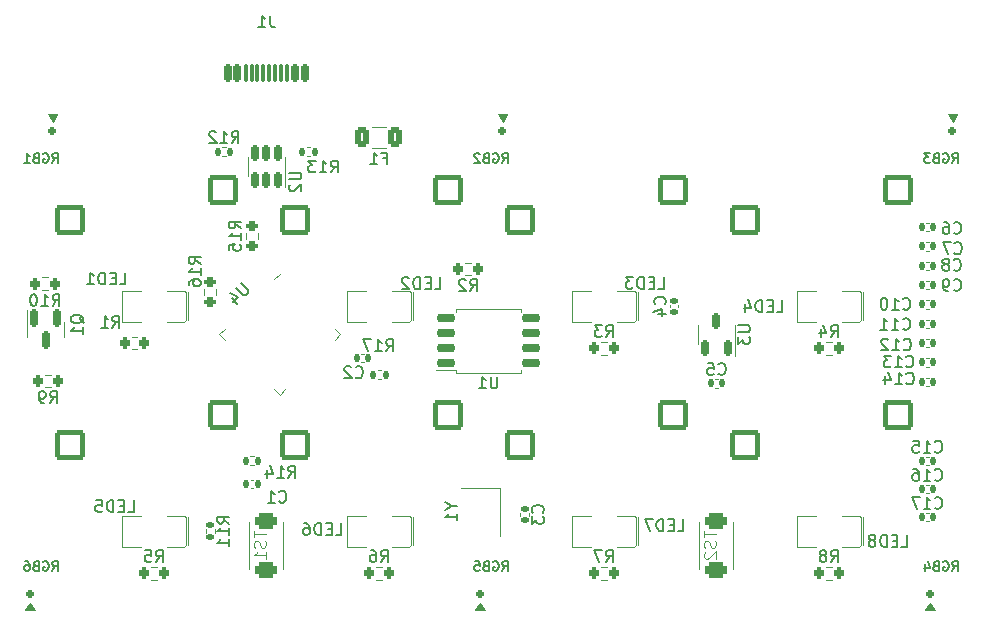
<source format=gbr>
%TF.GenerationSoftware,KiCad,Pcbnew,7.0.7*%
%TF.CreationDate,2024-01-09T04:45:59+09:00*%
%TF.ProjectId,Skeleton8,536b656c-6574-46f6-9e38-2e6b69636164,rev?*%
%TF.SameCoordinates,Original*%
%TF.FileFunction,Legend,Bot*%
%TF.FilePolarity,Positive*%
%FSLAX46Y46*%
G04 Gerber Fmt 4.6, Leading zero omitted, Abs format (unit mm)*
G04 Created by KiCad (PCBNEW 7.0.7) date 2024-01-09 04:45:59*
%MOMM*%
%LPD*%
G01*
G04 APERTURE LIST*
G04 Aperture macros list*
%AMRoundRect*
0 Rectangle with rounded corners*
0 $1 Rounding radius*
0 $2 $3 $4 $5 $6 $7 $8 $9 X,Y pos of 4 corners*
0 Add a 4 corners polygon primitive as box body*
4,1,4,$2,$3,$4,$5,$6,$7,$8,$9,$2,$3,0*
0 Add four circle primitives for the rounded corners*
1,1,$1+$1,$2,$3*
1,1,$1+$1,$4,$5*
1,1,$1+$1,$6,$7*
1,1,$1+$1,$8,$9*
0 Add four rect primitives between the rounded corners*
20,1,$1+$1,$2,$3,$4,$5,0*
20,1,$1+$1,$4,$5,$6,$7,0*
20,1,$1+$1,$6,$7,$8,$9,0*
20,1,$1+$1,$8,$9,$2,$3,0*%
%AMRotRect*
0 Rectangle, with rotation*
0 The origin of the aperture is its center*
0 $1 length*
0 $2 width*
0 $3 Rotation angle, in degrees counterclockwise*
0 Add horizontal line*
21,1,$1,$2,0,0,$3*%
G04 Aperture macros list end*
%ADD10C,0.150000*%
%ADD11C,0.160000*%
%ADD12C,0.100000*%
%ADD13C,0.120000*%
%ADD14C,1.701800*%
%ADD15C,3.000000*%
%ADD16C,3.987800*%
%ADD17RoundRect,0.200000X1.075000X1.050000X-1.075000X1.050000X-1.075000X-1.050000X1.075000X-1.050000X0*%
%ADD18RoundRect,0.140000X0.140000X0.170000X-0.140000X0.170000X-0.140000X-0.170000X0.140000X-0.170000X0*%
%ADD19RoundRect,0.135000X0.135000X0.185000X-0.135000X0.185000X-0.135000X-0.185000X0.135000X-0.185000X0*%
%ADD20RoundRect,0.175000X-0.175000X-0.175000X0.175000X-0.175000X0.175000X0.175000X-0.175000X0.175000X0*%
%ADD21R,0.700000X0.700000*%
%ADD22R,1.400000X2.300000*%
%ADD23RoundRect,0.175000X0.175000X0.175000X-0.175000X0.175000X-0.175000X-0.175000X0.175000X-0.175000X0*%
%ADD24RoundRect,0.200000X0.200000X0.275000X-0.200000X0.275000X-0.200000X-0.275000X0.200000X-0.275000X0*%
%ADD25RoundRect,0.140000X-0.170000X0.140000X-0.170000X-0.140000X0.170000X-0.140000X0.170000X0.140000X0*%
%ADD26RoundRect,0.140000X-0.140000X-0.170000X0.140000X-0.170000X0.140000X0.170000X-0.140000X0.170000X0*%
%ADD27RoundRect,0.140000X0.170000X-0.140000X0.170000X0.140000X-0.170000X0.140000X-0.170000X-0.140000X0*%
%ADD28RoundRect,0.050000X0.238649X0.309359X-0.309359X-0.238649X-0.238649X-0.309359X0.309359X0.238649X0*%
%ADD29RoundRect,0.050000X-0.238649X0.309359X-0.309359X0.238649X0.238649X-0.309359X0.309359X-0.238649X0*%
%ADD30RotRect,3.200000X3.200000X225.000000*%
%ADD31RoundRect,0.150000X0.150000X-0.512500X0.150000X0.512500X-0.150000X0.512500X-0.150000X-0.512500X0*%
%ADD32RoundRect,0.135000X0.185000X-0.135000X0.185000X0.135000X-0.185000X0.135000X-0.185000X-0.135000X0*%
%ADD33RoundRect,0.150000X-0.150000X0.587500X-0.150000X-0.587500X0.150000X-0.587500X0.150000X0.587500X0*%
%ADD34RoundRect,0.135000X-0.135000X-0.185000X0.135000X-0.185000X0.135000X0.185000X-0.135000X0.185000X0*%
%ADD35RoundRect,0.200000X-0.275000X0.200000X-0.275000X-0.200000X0.275000X-0.200000X0.275000X0.200000X0*%
%ADD36RoundRect,0.337500X-0.562500X0.337500X-0.562500X-0.337500X0.562500X-0.337500X0.562500X0.337500X0*%
%ADD37RoundRect,0.250000X-0.375000X-0.625000X0.375000X-0.625000X0.375000X0.625000X-0.375000X0.625000X0*%
%ADD38RoundRect,0.200000X-0.200000X-0.275000X0.200000X-0.275000X0.200000X0.275000X-0.200000X0.275000X0*%
%ADD39R,1.200000X1.400000*%
%ADD40RoundRect,0.150000X-0.650000X-0.150000X0.650000X-0.150000X0.650000X0.150000X-0.650000X0.150000X0*%
%ADD41C,0.650000*%
%ADD42RoundRect,0.150000X-0.150000X-0.575000X0.150000X-0.575000X0.150000X0.575000X-0.150000X0.575000X0*%
%ADD43RoundRect,0.075000X-0.075000X-0.650000X0.075000X-0.650000X0.075000X0.650000X-0.075000X0.650000X0*%
%ADD44O,1.300000X1.900000*%
%ADD45O,1.100000X2.200000*%
G04 APERTURE END LIST*
D10*
X120636607Y-65563330D02*
X120684226Y-65610950D01*
X120684226Y-65610950D02*
X120827083Y-65658569D01*
X120827083Y-65658569D02*
X120922321Y-65658569D01*
X120922321Y-65658569D02*
X121065178Y-65610950D01*
X121065178Y-65610950D02*
X121160416Y-65515711D01*
X121160416Y-65515711D02*
X121208035Y-65420473D01*
X121208035Y-65420473D02*
X121255654Y-65229997D01*
X121255654Y-65229997D02*
X121255654Y-65087140D01*
X121255654Y-65087140D02*
X121208035Y-64896664D01*
X121208035Y-64896664D02*
X121160416Y-64801426D01*
X121160416Y-64801426D02*
X121065178Y-64706188D01*
X121065178Y-64706188D02*
X120922321Y-64658569D01*
X120922321Y-64658569D02*
X120827083Y-64658569D01*
X120827083Y-64658569D02*
X120684226Y-64706188D01*
X120684226Y-64706188D02*
X120636607Y-64753807D01*
X119684226Y-65658569D02*
X120255654Y-65658569D01*
X119969940Y-65658569D02*
X119969940Y-64658569D01*
X119969940Y-64658569D02*
X120065178Y-64801426D01*
X120065178Y-64801426D02*
X120160416Y-64896664D01*
X120160416Y-64896664D02*
X120255654Y-64944283D01*
X119303273Y-64753807D02*
X119255654Y-64706188D01*
X119255654Y-64706188D02*
X119160416Y-64658569D01*
X119160416Y-64658569D02*
X118922321Y-64658569D01*
X118922321Y-64658569D02*
X118827083Y-64706188D01*
X118827083Y-64706188D02*
X118779464Y-64753807D01*
X118779464Y-64753807D02*
X118731845Y-64849045D01*
X118731845Y-64849045D02*
X118731845Y-64944283D01*
X118731845Y-64944283D02*
X118779464Y-65087140D01*
X118779464Y-65087140D02*
X119350892Y-65658569D01*
X119350892Y-65658569D02*
X118731845Y-65658569D01*
X76816607Y-65718569D02*
X77149940Y-65242378D01*
X77388035Y-65718569D02*
X77388035Y-64718569D01*
X77388035Y-64718569D02*
X77007083Y-64718569D01*
X77007083Y-64718569D02*
X76911845Y-64766188D01*
X76911845Y-64766188D02*
X76864226Y-64813807D01*
X76864226Y-64813807D02*
X76816607Y-64909045D01*
X76816607Y-64909045D02*
X76816607Y-65051902D01*
X76816607Y-65051902D02*
X76864226Y-65147140D01*
X76864226Y-65147140D02*
X76911845Y-65194759D01*
X76911845Y-65194759D02*
X77007083Y-65242378D01*
X77007083Y-65242378D02*
X77388035Y-65242378D01*
X75864226Y-65718569D02*
X76435654Y-65718569D01*
X76149940Y-65718569D02*
X76149940Y-64718569D01*
X76149940Y-64718569D02*
X76245178Y-64861426D01*
X76245178Y-64861426D02*
X76340416Y-64956664D01*
X76340416Y-64956664D02*
X76435654Y-65004283D01*
X75530892Y-64718569D02*
X74864226Y-64718569D01*
X74864226Y-64718569D02*
X75292797Y-65718569D01*
D11*
X86658332Y-49764775D02*
X86924999Y-49383822D01*
X87115475Y-49764775D02*
X87115475Y-48964775D01*
X87115475Y-48964775D02*
X86810713Y-48964775D01*
X86810713Y-48964775D02*
X86734523Y-49002870D01*
X86734523Y-49002870D02*
X86696428Y-49040965D01*
X86696428Y-49040965D02*
X86658332Y-49117156D01*
X86658332Y-49117156D02*
X86658332Y-49231441D01*
X86658332Y-49231441D02*
X86696428Y-49307632D01*
X86696428Y-49307632D02*
X86734523Y-49345727D01*
X86734523Y-49345727D02*
X86810713Y-49383822D01*
X86810713Y-49383822D02*
X87115475Y-49383822D01*
X85896428Y-49002870D02*
X85972618Y-48964775D01*
X85972618Y-48964775D02*
X86086904Y-48964775D01*
X86086904Y-48964775D02*
X86201190Y-49002870D01*
X86201190Y-49002870D02*
X86277380Y-49079060D01*
X86277380Y-49079060D02*
X86315475Y-49155251D01*
X86315475Y-49155251D02*
X86353571Y-49307632D01*
X86353571Y-49307632D02*
X86353571Y-49421918D01*
X86353571Y-49421918D02*
X86315475Y-49574299D01*
X86315475Y-49574299D02*
X86277380Y-49650489D01*
X86277380Y-49650489D02*
X86201190Y-49726680D01*
X86201190Y-49726680D02*
X86086904Y-49764775D01*
X86086904Y-49764775D02*
X86010713Y-49764775D01*
X86010713Y-49764775D02*
X85896428Y-49726680D01*
X85896428Y-49726680D02*
X85858332Y-49688584D01*
X85858332Y-49688584D02*
X85858332Y-49421918D01*
X85858332Y-49421918D02*
X86010713Y-49421918D01*
X85248809Y-49345727D02*
X85134523Y-49383822D01*
X85134523Y-49383822D02*
X85096428Y-49421918D01*
X85096428Y-49421918D02*
X85058332Y-49498108D01*
X85058332Y-49498108D02*
X85058332Y-49612394D01*
X85058332Y-49612394D02*
X85096428Y-49688584D01*
X85096428Y-49688584D02*
X85134523Y-49726680D01*
X85134523Y-49726680D02*
X85210713Y-49764775D01*
X85210713Y-49764775D02*
X85515475Y-49764775D01*
X85515475Y-49764775D02*
X85515475Y-48964775D01*
X85515475Y-48964775D02*
X85248809Y-48964775D01*
X85248809Y-48964775D02*
X85172618Y-49002870D01*
X85172618Y-49002870D02*
X85134523Y-49040965D01*
X85134523Y-49040965D02*
X85096428Y-49117156D01*
X85096428Y-49117156D02*
X85096428Y-49193346D01*
X85096428Y-49193346D02*
X85134523Y-49269537D01*
X85134523Y-49269537D02*
X85172618Y-49307632D01*
X85172618Y-49307632D02*
X85248809Y-49345727D01*
X85248809Y-49345727D02*
X85515475Y-49345727D01*
X84753571Y-49040965D02*
X84715475Y-49002870D01*
X84715475Y-49002870D02*
X84639285Y-48964775D01*
X84639285Y-48964775D02*
X84448809Y-48964775D01*
X84448809Y-48964775D02*
X84372618Y-49002870D01*
X84372618Y-49002870D02*
X84334523Y-49040965D01*
X84334523Y-49040965D02*
X84296428Y-49117156D01*
X84296428Y-49117156D02*
X84296428Y-49193346D01*
X84296428Y-49193346D02*
X84334523Y-49307632D01*
X84334523Y-49307632D02*
X84791666Y-49764775D01*
X84791666Y-49764775D02*
X84296428Y-49764775D01*
D10*
X109890297Y-62383569D02*
X110366487Y-62383569D01*
X110366487Y-62383569D02*
X110366487Y-61383569D01*
X109556963Y-61859759D02*
X109223630Y-61859759D01*
X109080773Y-62383569D02*
X109556963Y-62383569D01*
X109556963Y-62383569D02*
X109556963Y-61383569D01*
X109556963Y-61383569D02*
X109080773Y-61383569D01*
X108652201Y-62383569D02*
X108652201Y-61383569D01*
X108652201Y-61383569D02*
X108414106Y-61383569D01*
X108414106Y-61383569D02*
X108271249Y-61431188D01*
X108271249Y-61431188D02*
X108176011Y-61526426D01*
X108176011Y-61526426D02*
X108128392Y-61621664D01*
X108128392Y-61621664D02*
X108080773Y-61812140D01*
X108080773Y-61812140D02*
X108080773Y-61954997D01*
X108080773Y-61954997D02*
X108128392Y-62145473D01*
X108128392Y-62145473D02*
X108176011Y-62240711D01*
X108176011Y-62240711D02*
X108271249Y-62335950D01*
X108271249Y-62335950D02*
X108414106Y-62383569D01*
X108414106Y-62383569D02*
X108652201Y-62383569D01*
X107223630Y-61716902D02*
X107223630Y-62383569D01*
X107461725Y-61335950D02*
X107699820Y-62050235D01*
X107699820Y-62050235D02*
X107080773Y-62050235D01*
D11*
X86658332Y-84308775D02*
X86924999Y-83927822D01*
X87115475Y-84308775D02*
X87115475Y-83508775D01*
X87115475Y-83508775D02*
X86810713Y-83508775D01*
X86810713Y-83508775D02*
X86734523Y-83546870D01*
X86734523Y-83546870D02*
X86696428Y-83584965D01*
X86696428Y-83584965D02*
X86658332Y-83661156D01*
X86658332Y-83661156D02*
X86658332Y-83775441D01*
X86658332Y-83775441D02*
X86696428Y-83851632D01*
X86696428Y-83851632D02*
X86734523Y-83889727D01*
X86734523Y-83889727D02*
X86810713Y-83927822D01*
X86810713Y-83927822D02*
X87115475Y-83927822D01*
X85896428Y-83546870D02*
X85972618Y-83508775D01*
X85972618Y-83508775D02*
X86086904Y-83508775D01*
X86086904Y-83508775D02*
X86201190Y-83546870D01*
X86201190Y-83546870D02*
X86277380Y-83623060D01*
X86277380Y-83623060D02*
X86315475Y-83699251D01*
X86315475Y-83699251D02*
X86353571Y-83851632D01*
X86353571Y-83851632D02*
X86353571Y-83965918D01*
X86353571Y-83965918D02*
X86315475Y-84118299D01*
X86315475Y-84118299D02*
X86277380Y-84194489D01*
X86277380Y-84194489D02*
X86201190Y-84270680D01*
X86201190Y-84270680D02*
X86086904Y-84308775D01*
X86086904Y-84308775D02*
X86010713Y-84308775D01*
X86010713Y-84308775D02*
X85896428Y-84270680D01*
X85896428Y-84270680D02*
X85858332Y-84232584D01*
X85858332Y-84232584D02*
X85858332Y-83965918D01*
X85858332Y-83965918D02*
X86010713Y-83965918D01*
X85248809Y-83889727D02*
X85134523Y-83927822D01*
X85134523Y-83927822D02*
X85096428Y-83965918D01*
X85096428Y-83965918D02*
X85058332Y-84042108D01*
X85058332Y-84042108D02*
X85058332Y-84156394D01*
X85058332Y-84156394D02*
X85096428Y-84232584D01*
X85096428Y-84232584D02*
X85134523Y-84270680D01*
X85134523Y-84270680D02*
X85210713Y-84308775D01*
X85210713Y-84308775D02*
X85515475Y-84308775D01*
X85515475Y-84308775D02*
X85515475Y-83508775D01*
X85515475Y-83508775D02*
X85248809Y-83508775D01*
X85248809Y-83508775D02*
X85172618Y-83546870D01*
X85172618Y-83546870D02*
X85134523Y-83584965D01*
X85134523Y-83584965D02*
X85096428Y-83661156D01*
X85096428Y-83661156D02*
X85096428Y-83737346D01*
X85096428Y-83737346D02*
X85134523Y-83813537D01*
X85134523Y-83813537D02*
X85172618Y-83851632D01*
X85172618Y-83851632D02*
X85248809Y-83889727D01*
X85248809Y-83889727D02*
X85515475Y-83889727D01*
X84334523Y-83508775D02*
X84715475Y-83508775D01*
X84715475Y-83508775D02*
X84753571Y-83889727D01*
X84753571Y-83889727D02*
X84715475Y-83851632D01*
X84715475Y-83851632D02*
X84639285Y-83813537D01*
X84639285Y-83813537D02*
X84448809Y-83813537D01*
X84448809Y-83813537D02*
X84372618Y-83851632D01*
X84372618Y-83851632D02*
X84334523Y-83889727D01*
X84334523Y-83889727D02*
X84296428Y-83965918D01*
X84296428Y-83965918D02*
X84296428Y-84156394D01*
X84296428Y-84156394D02*
X84334523Y-84232584D01*
X84334523Y-84232584D02*
X84372618Y-84270680D01*
X84372618Y-84270680D02*
X84448809Y-84308775D01*
X84448809Y-84308775D02*
X84639285Y-84308775D01*
X84639285Y-84308775D02*
X84715475Y-84270680D01*
X84715475Y-84270680D02*
X84753571Y-84232584D01*
D10*
X72540297Y-81283569D02*
X73016487Y-81283569D01*
X73016487Y-81283569D02*
X73016487Y-80283569D01*
X72206963Y-80759759D02*
X71873630Y-80759759D01*
X71730773Y-81283569D02*
X72206963Y-81283569D01*
X72206963Y-81283569D02*
X72206963Y-80283569D01*
X72206963Y-80283569D02*
X71730773Y-80283569D01*
X71302201Y-81283569D02*
X71302201Y-80283569D01*
X71302201Y-80283569D02*
X71064106Y-80283569D01*
X71064106Y-80283569D02*
X70921249Y-80331188D01*
X70921249Y-80331188D02*
X70826011Y-80426426D01*
X70826011Y-80426426D02*
X70778392Y-80521664D01*
X70778392Y-80521664D02*
X70730773Y-80712140D01*
X70730773Y-80712140D02*
X70730773Y-80854997D01*
X70730773Y-80854997D02*
X70778392Y-81045473D01*
X70778392Y-81045473D02*
X70826011Y-81140711D01*
X70826011Y-81140711D02*
X70921249Y-81235950D01*
X70921249Y-81235950D02*
X71064106Y-81283569D01*
X71064106Y-81283569D02*
X71302201Y-81283569D01*
X69873630Y-80283569D02*
X70064106Y-80283569D01*
X70064106Y-80283569D02*
X70159344Y-80331188D01*
X70159344Y-80331188D02*
X70206963Y-80378807D01*
X70206963Y-80378807D02*
X70302201Y-80521664D01*
X70302201Y-80521664D02*
X70349820Y-80712140D01*
X70349820Y-80712140D02*
X70349820Y-81093092D01*
X70349820Y-81093092D02*
X70302201Y-81188330D01*
X70302201Y-81188330D02*
X70254582Y-81235950D01*
X70254582Y-81235950D02*
X70159344Y-81283569D01*
X70159344Y-81283569D02*
X69968868Y-81283569D01*
X69968868Y-81283569D02*
X69873630Y-81235950D01*
X69873630Y-81235950D02*
X69826011Y-81188330D01*
X69826011Y-81188330D02*
X69778392Y-81093092D01*
X69778392Y-81093092D02*
X69778392Y-80854997D01*
X69778392Y-80854997D02*
X69826011Y-80759759D01*
X69826011Y-80759759D02*
X69873630Y-80712140D01*
X69873630Y-80712140D02*
X69968868Y-80664521D01*
X69968868Y-80664521D02*
X70159344Y-80664521D01*
X70159344Y-80664521D02*
X70254582Y-80712140D01*
X70254582Y-80712140D02*
X70302201Y-80759759D01*
X70302201Y-80759759D02*
X70349820Y-80854997D01*
X123277232Y-76590205D02*
X123324851Y-76637825D01*
X123324851Y-76637825D02*
X123467708Y-76685444D01*
X123467708Y-76685444D02*
X123562946Y-76685444D01*
X123562946Y-76685444D02*
X123705803Y-76637825D01*
X123705803Y-76637825D02*
X123801041Y-76542586D01*
X123801041Y-76542586D02*
X123848660Y-76447348D01*
X123848660Y-76447348D02*
X123896279Y-76256872D01*
X123896279Y-76256872D02*
X123896279Y-76114015D01*
X123896279Y-76114015D02*
X123848660Y-75923539D01*
X123848660Y-75923539D02*
X123801041Y-75828301D01*
X123801041Y-75828301D02*
X123705803Y-75733063D01*
X123705803Y-75733063D02*
X123562946Y-75685444D01*
X123562946Y-75685444D02*
X123467708Y-75685444D01*
X123467708Y-75685444D02*
X123324851Y-75733063D01*
X123324851Y-75733063D02*
X123277232Y-75780682D01*
X122324851Y-76685444D02*
X122896279Y-76685444D01*
X122610565Y-76685444D02*
X122610565Y-75685444D01*
X122610565Y-75685444D02*
X122705803Y-75828301D01*
X122705803Y-75828301D02*
X122801041Y-75923539D01*
X122801041Y-75923539D02*
X122896279Y-75971158D01*
X121467708Y-75685444D02*
X121658184Y-75685444D01*
X121658184Y-75685444D02*
X121753422Y-75733063D01*
X121753422Y-75733063D02*
X121801041Y-75780682D01*
X121801041Y-75780682D02*
X121896279Y-75923539D01*
X121896279Y-75923539D02*
X121943898Y-76114015D01*
X121943898Y-76114015D02*
X121943898Y-76494967D01*
X121943898Y-76494967D02*
X121896279Y-76590205D01*
X121896279Y-76590205D02*
X121848660Y-76637825D01*
X121848660Y-76637825D02*
X121753422Y-76685444D01*
X121753422Y-76685444D02*
X121562946Y-76685444D01*
X121562946Y-76685444D02*
X121467708Y-76637825D01*
X121467708Y-76637825D02*
X121420089Y-76590205D01*
X121420089Y-76590205D02*
X121372470Y-76494967D01*
X121372470Y-76494967D02*
X121372470Y-76256872D01*
X121372470Y-76256872D02*
X121420089Y-76161634D01*
X121420089Y-76161634D02*
X121467708Y-76114015D01*
X121467708Y-76114015D02*
X121562946Y-76066396D01*
X121562946Y-76066396D02*
X121753422Y-76066396D01*
X121753422Y-76066396D02*
X121848660Y-76114015D01*
X121848660Y-76114015D02*
X121896279Y-76161634D01*
X121896279Y-76161634D02*
X121943898Y-76256872D01*
X95416666Y-83559194D02*
X95749999Y-83083003D01*
X95988094Y-83559194D02*
X95988094Y-82559194D01*
X95988094Y-82559194D02*
X95607142Y-82559194D01*
X95607142Y-82559194D02*
X95511904Y-82606813D01*
X95511904Y-82606813D02*
X95464285Y-82654432D01*
X95464285Y-82654432D02*
X95416666Y-82749670D01*
X95416666Y-82749670D02*
X95416666Y-82892527D01*
X95416666Y-82892527D02*
X95464285Y-82987765D01*
X95464285Y-82987765D02*
X95511904Y-83035384D01*
X95511904Y-83035384D02*
X95607142Y-83083003D01*
X95607142Y-83083003D02*
X95988094Y-83083003D01*
X95083332Y-82559194D02*
X94416666Y-82559194D01*
X94416666Y-82559194D02*
X94845237Y-83559194D01*
X100402705Y-61745833D02*
X100450325Y-61698214D01*
X100450325Y-61698214D02*
X100497944Y-61555357D01*
X100497944Y-61555357D02*
X100497944Y-61460119D01*
X100497944Y-61460119D02*
X100450325Y-61317262D01*
X100450325Y-61317262D02*
X100355086Y-61222024D01*
X100355086Y-61222024D02*
X100259848Y-61174405D01*
X100259848Y-61174405D02*
X100069372Y-61126786D01*
X100069372Y-61126786D02*
X99926515Y-61126786D01*
X99926515Y-61126786D02*
X99736039Y-61174405D01*
X99736039Y-61174405D02*
X99640801Y-61222024D01*
X99640801Y-61222024D02*
X99545563Y-61317262D01*
X99545563Y-61317262D02*
X99497944Y-61460119D01*
X99497944Y-61460119D02*
X99497944Y-61555357D01*
X99497944Y-61555357D02*
X99545563Y-61698214D01*
X99545563Y-61698214D02*
X99593182Y-61745833D01*
X99831277Y-62602976D02*
X100497944Y-62602976D01*
X99450325Y-62364881D02*
X100164610Y-62126786D01*
X100164610Y-62126786D02*
X100164610Y-62745833D01*
X74235416Y-67903330D02*
X74283035Y-67950950D01*
X74283035Y-67950950D02*
X74425892Y-67998569D01*
X74425892Y-67998569D02*
X74521130Y-67998569D01*
X74521130Y-67998569D02*
X74663987Y-67950950D01*
X74663987Y-67950950D02*
X74759225Y-67855711D01*
X74759225Y-67855711D02*
X74806844Y-67760473D01*
X74806844Y-67760473D02*
X74854463Y-67569997D01*
X74854463Y-67569997D02*
X74854463Y-67427140D01*
X74854463Y-67427140D02*
X74806844Y-67236664D01*
X74806844Y-67236664D02*
X74759225Y-67141426D01*
X74759225Y-67141426D02*
X74663987Y-67046188D01*
X74663987Y-67046188D02*
X74521130Y-66998569D01*
X74521130Y-66998569D02*
X74425892Y-66998569D01*
X74425892Y-66998569D02*
X74283035Y-67046188D01*
X74283035Y-67046188D02*
X74235416Y-67093807D01*
X73854463Y-67093807D02*
X73806844Y-67046188D01*
X73806844Y-67046188D02*
X73711606Y-66998569D01*
X73711606Y-66998569D02*
X73473511Y-66998569D01*
X73473511Y-66998569D02*
X73378273Y-67046188D01*
X73378273Y-67046188D02*
X73330654Y-67093807D01*
X73330654Y-67093807D02*
X73283035Y-67189045D01*
X73283035Y-67189045D02*
X73283035Y-67284283D01*
X73283035Y-67284283D02*
X73330654Y-67427140D01*
X73330654Y-67427140D02*
X73902082Y-67998569D01*
X73902082Y-67998569D02*
X73283035Y-67998569D01*
D11*
X48558332Y-49764775D02*
X48824999Y-49383822D01*
X49015475Y-49764775D02*
X49015475Y-48964775D01*
X49015475Y-48964775D02*
X48710713Y-48964775D01*
X48710713Y-48964775D02*
X48634523Y-49002870D01*
X48634523Y-49002870D02*
X48596428Y-49040965D01*
X48596428Y-49040965D02*
X48558332Y-49117156D01*
X48558332Y-49117156D02*
X48558332Y-49231441D01*
X48558332Y-49231441D02*
X48596428Y-49307632D01*
X48596428Y-49307632D02*
X48634523Y-49345727D01*
X48634523Y-49345727D02*
X48710713Y-49383822D01*
X48710713Y-49383822D02*
X49015475Y-49383822D01*
X47796428Y-49002870D02*
X47872618Y-48964775D01*
X47872618Y-48964775D02*
X47986904Y-48964775D01*
X47986904Y-48964775D02*
X48101190Y-49002870D01*
X48101190Y-49002870D02*
X48177380Y-49079060D01*
X48177380Y-49079060D02*
X48215475Y-49155251D01*
X48215475Y-49155251D02*
X48253571Y-49307632D01*
X48253571Y-49307632D02*
X48253571Y-49421918D01*
X48253571Y-49421918D02*
X48215475Y-49574299D01*
X48215475Y-49574299D02*
X48177380Y-49650489D01*
X48177380Y-49650489D02*
X48101190Y-49726680D01*
X48101190Y-49726680D02*
X47986904Y-49764775D01*
X47986904Y-49764775D02*
X47910713Y-49764775D01*
X47910713Y-49764775D02*
X47796428Y-49726680D01*
X47796428Y-49726680D02*
X47758332Y-49688584D01*
X47758332Y-49688584D02*
X47758332Y-49421918D01*
X47758332Y-49421918D02*
X47910713Y-49421918D01*
X47148809Y-49345727D02*
X47034523Y-49383822D01*
X47034523Y-49383822D02*
X46996428Y-49421918D01*
X46996428Y-49421918D02*
X46958332Y-49498108D01*
X46958332Y-49498108D02*
X46958332Y-49612394D01*
X46958332Y-49612394D02*
X46996428Y-49688584D01*
X46996428Y-49688584D02*
X47034523Y-49726680D01*
X47034523Y-49726680D02*
X47110713Y-49764775D01*
X47110713Y-49764775D02*
X47415475Y-49764775D01*
X47415475Y-49764775D02*
X47415475Y-48964775D01*
X47415475Y-48964775D02*
X47148809Y-48964775D01*
X47148809Y-48964775D02*
X47072618Y-49002870D01*
X47072618Y-49002870D02*
X47034523Y-49040965D01*
X47034523Y-49040965D02*
X46996428Y-49117156D01*
X46996428Y-49117156D02*
X46996428Y-49193346D01*
X46996428Y-49193346D02*
X47034523Y-49269537D01*
X47034523Y-49269537D02*
X47072618Y-49307632D01*
X47072618Y-49307632D02*
X47148809Y-49345727D01*
X47148809Y-49345727D02*
X47415475Y-49345727D01*
X46196428Y-49764775D02*
X46653571Y-49764775D01*
X46424999Y-49764775D02*
X46424999Y-48964775D01*
X46424999Y-48964775D02*
X46501190Y-49079060D01*
X46501190Y-49079060D02*
X46577380Y-49155251D01*
X46577380Y-49155251D02*
X46653571Y-49193346D01*
D10*
X90059580Y-79383333D02*
X90107200Y-79335714D01*
X90107200Y-79335714D02*
X90154819Y-79192857D01*
X90154819Y-79192857D02*
X90154819Y-79097619D01*
X90154819Y-79097619D02*
X90107200Y-78954762D01*
X90107200Y-78954762D02*
X90011961Y-78859524D01*
X90011961Y-78859524D02*
X89916723Y-78811905D01*
X89916723Y-78811905D02*
X89726247Y-78764286D01*
X89726247Y-78764286D02*
X89583390Y-78764286D01*
X89583390Y-78764286D02*
X89392914Y-78811905D01*
X89392914Y-78811905D02*
X89297676Y-78859524D01*
X89297676Y-78859524D02*
X89202438Y-78954762D01*
X89202438Y-78954762D02*
X89154819Y-79097619D01*
X89154819Y-79097619D02*
X89154819Y-79192857D01*
X89154819Y-79192857D02*
X89202438Y-79335714D01*
X89202438Y-79335714D02*
X89250057Y-79383333D01*
X89154819Y-79716667D02*
X89154819Y-80335714D01*
X89154819Y-80335714D02*
X89535771Y-80002381D01*
X89535771Y-80002381D02*
X89535771Y-80145238D01*
X89535771Y-80145238D02*
X89583390Y-80240476D01*
X89583390Y-80240476D02*
X89631009Y-80288095D01*
X89631009Y-80288095D02*
X89726247Y-80335714D01*
X89726247Y-80335714D02*
X89964342Y-80335714D01*
X89964342Y-80335714D02*
X90059580Y-80288095D01*
X90059580Y-80288095D02*
X90107200Y-80240476D01*
X90107200Y-80240476D02*
X90154819Y-80145238D01*
X90154819Y-80145238D02*
X90154819Y-79859524D01*
X90154819Y-79859524D02*
X90107200Y-79764286D01*
X90107200Y-79764286D02*
X90059580Y-79716667D01*
X123277232Y-74208955D02*
X123324851Y-74256575D01*
X123324851Y-74256575D02*
X123467708Y-74304194D01*
X123467708Y-74304194D02*
X123562946Y-74304194D01*
X123562946Y-74304194D02*
X123705803Y-74256575D01*
X123705803Y-74256575D02*
X123801041Y-74161336D01*
X123801041Y-74161336D02*
X123848660Y-74066098D01*
X123848660Y-74066098D02*
X123896279Y-73875622D01*
X123896279Y-73875622D02*
X123896279Y-73732765D01*
X123896279Y-73732765D02*
X123848660Y-73542289D01*
X123848660Y-73542289D02*
X123801041Y-73447051D01*
X123801041Y-73447051D02*
X123705803Y-73351813D01*
X123705803Y-73351813D02*
X123562946Y-73304194D01*
X123562946Y-73304194D02*
X123467708Y-73304194D01*
X123467708Y-73304194D02*
X123324851Y-73351813D01*
X123324851Y-73351813D02*
X123277232Y-73399432D01*
X122324851Y-74304194D02*
X122896279Y-74304194D01*
X122610565Y-74304194D02*
X122610565Y-73304194D01*
X122610565Y-73304194D02*
X122705803Y-73447051D01*
X122705803Y-73447051D02*
X122801041Y-73542289D01*
X122801041Y-73542289D02*
X122896279Y-73589908D01*
X121420089Y-73304194D02*
X121896279Y-73304194D01*
X121896279Y-73304194D02*
X121943898Y-73780384D01*
X121943898Y-73780384D02*
X121896279Y-73732765D01*
X121896279Y-73732765D02*
X121801041Y-73685146D01*
X121801041Y-73685146D02*
X121562946Y-73685146D01*
X121562946Y-73685146D02*
X121467708Y-73732765D01*
X121467708Y-73732765D02*
X121420089Y-73780384D01*
X121420089Y-73780384D02*
X121372470Y-73875622D01*
X121372470Y-73875622D02*
X121372470Y-74113717D01*
X121372470Y-74113717D02*
X121420089Y-74208955D01*
X121420089Y-74208955D02*
X121467708Y-74256575D01*
X121467708Y-74256575D02*
X121562946Y-74304194D01*
X121562946Y-74304194D02*
X121801041Y-74304194D01*
X121801041Y-74304194D02*
X121896279Y-74256575D01*
X121896279Y-74256575D02*
X121943898Y-74208955D01*
X64551362Y-59961245D02*
X65123782Y-60533665D01*
X65123782Y-60533665D02*
X65157454Y-60634680D01*
X65157454Y-60634680D02*
X65157454Y-60702024D01*
X65157454Y-60702024D02*
X65123782Y-60803039D01*
X65123782Y-60803039D02*
X64989095Y-60937726D01*
X64989095Y-60937726D02*
X64888080Y-60971398D01*
X64888080Y-60971398D02*
X64820736Y-60971398D01*
X64820736Y-60971398D02*
X64719721Y-60937726D01*
X64719721Y-60937726D02*
X64147301Y-60365306D01*
X63743240Y-61240772D02*
X64214645Y-61712176D01*
X63642225Y-60803039D02*
X64315660Y-61139757D01*
X64315660Y-61139757D02*
X63877927Y-61577489D01*
X68618569Y-50611845D02*
X69428092Y-50611845D01*
X69428092Y-50611845D02*
X69523330Y-50659464D01*
X69523330Y-50659464D02*
X69570950Y-50707083D01*
X69570950Y-50707083D02*
X69618569Y-50802321D01*
X69618569Y-50802321D02*
X69618569Y-50992797D01*
X69618569Y-50992797D02*
X69570950Y-51088035D01*
X69570950Y-51088035D02*
X69523330Y-51135654D01*
X69523330Y-51135654D02*
X69428092Y-51183273D01*
X69428092Y-51183273D02*
X68618569Y-51183273D01*
X68713807Y-51611845D02*
X68666188Y-51659464D01*
X68666188Y-51659464D02*
X68618569Y-51754702D01*
X68618569Y-51754702D02*
X68618569Y-51992797D01*
X68618569Y-51992797D02*
X68666188Y-52088035D01*
X68666188Y-52088035D02*
X68713807Y-52135654D01*
X68713807Y-52135654D02*
X68809045Y-52183273D01*
X68809045Y-52183273D02*
X68904283Y-52183273D01*
X68904283Y-52183273D02*
X69047140Y-52135654D01*
X69047140Y-52135654D02*
X69618569Y-51564226D01*
X69618569Y-51564226D02*
X69618569Y-52183273D01*
X99850297Y-60423569D02*
X100326487Y-60423569D01*
X100326487Y-60423569D02*
X100326487Y-59423569D01*
X99516963Y-59899759D02*
X99183630Y-59899759D01*
X99040773Y-60423569D02*
X99516963Y-60423569D01*
X99516963Y-60423569D02*
X99516963Y-59423569D01*
X99516963Y-59423569D02*
X99040773Y-59423569D01*
X98612201Y-60423569D02*
X98612201Y-59423569D01*
X98612201Y-59423569D02*
X98374106Y-59423569D01*
X98374106Y-59423569D02*
X98231249Y-59471188D01*
X98231249Y-59471188D02*
X98136011Y-59566426D01*
X98136011Y-59566426D02*
X98088392Y-59661664D01*
X98088392Y-59661664D02*
X98040773Y-59852140D01*
X98040773Y-59852140D02*
X98040773Y-59994997D01*
X98040773Y-59994997D02*
X98088392Y-60185473D01*
X98088392Y-60185473D02*
X98136011Y-60280711D01*
X98136011Y-60280711D02*
X98231249Y-60375950D01*
X98231249Y-60375950D02*
X98374106Y-60423569D01*
X98374106Y-60423569D02*
X98612201Y-60423569D01*
X97707439Y-59423569D02*
X97088392Y-59423569D01*
X97088392Y-59423569D02*
X97421725Y-59804521D01*
X97421725Y-59804521D02*
X97278868Y-59804521D01*
X97278868Y-59804521D02*
X97183630Y-59852140D01*
X97183630Y-59852140D02*
X97136011Y-59899759D01*
X97136011Y-59899759D02*
X97088392Y-59994997D01*
X97088392Y-59994997D02*
X97088392Y-60233092D01*
X97088392Y-60233092D02*
X97136011Y-60328330D01*
X97136011Y-60328330D02*
X97183630Y-60375950D01*
X97183630Y-60375950D02*
X97278868Y-60423569D01*
X97278868Y-60423569D02*
X97564582Y-60423569D01*
X97564582Y-60423569D02*
X97659820Y-60375950D01*
X97659820Y-60375950D02*
X97707439Y-60328330D01*
D11*
X124758332Y-84308775D02*
X125024999Y-83927822D01*
X125215475Y-84308775D02*
X125215475Y-83508775D01*
X125215475Y-83508775D02*
X124910713Y-83508775D01*
X124910713Y-83508775D02*
X124834523Y-83546870D01*
X124834523Y-83546870D02*
X124796428Y-83584965D01*
X124796428Y-83584965D02*
X124758332Y-83661156D01*
X124758332Y-83661156D02*
X124758332Y-83775441D01*
X124758332Y-83775441D02*
X124796428Y-83851632D01*
X124796428Y-83851632D02*
X124834523Y-83889727D01*
X124834523Y-83889727D02*
X124910713Y-83927822D01*
X124910713Y-83927822D02*
X125215475Y-83927822D01*
X123996428Y-83546870D02*
X124072618Y-83508775D01*
X124072618Y-83508775D02*
X124186904Y-83508775D01*
X124186904Y-83508775D02*
X124301190Y-83546870D01*
X124301190Y-83546870D02*
X124377380Y-83623060D01*
X124377380Y-83623060D02*
X124415475Y-83699251D01*
X124415475Y-83699251D02*
X124453571Y-83851632D01*
X124453571Y-83851632D02*
X124453571Y-83965918D01*
X124453571Y-83965918D02*
X124415475Y-84118299D01*
X124415475Y-84118299D02*
X124377380Y-84194489D01*
X124377380Y-84194489D02*
X124301190Y-84270680D01*
X124301190Y-84270680D02*
X124186904Y-84308775D01*
X124186904Y-84308775D02*
X124110713Y-84308775D01*
X124110713Y-84308775D02*
X123996428Y-84270680D01*
X123996428Y-84270680D02*
X123958332Y-84232584D01*
X123958332Y-84232584D02*
X123958332Y-83965918D01*
X123958332Y-83965918D02*
X124110713Y-83965918D01*
X123348809Y-83889727D02*
X123234523Y-83927822D01*
X123234523Y-83927822D02*
X123196428Y-83965918D01*
X123196428Y-83965918D02*
X123158332Y-84042108D01*
X123158332Y-84042108D02*
X123158332Y-84156394D01*
X123158332Y-84156394D02*
X123196428Y-84232584D01*
X123196428Y-84232584D02*
X123234523Y-84270680D01*
X123234523Y-84270680D02*
X123310713Y-84308775D01*
X123310713Y-84308775D02*
X123615475Y-84308775D01*
X123615475Y-84308775D02*
X123615475Y-83508775D01*
X123615475Y-83508775D02*
X123348809Y-83508775D01*
X123348809Y-83508775D02*
X123272618Y-83546870D01*
X123272618Y-83546870D02*
X123234523Y-83584965D01*
X123234523Y-83584965D02*
X123196428Y-83661156D01*
X123196428Y-83661156D02*
X123196428Y-83737346D01*
X123196428Y-83737346D02*
X123234523Y-83813537D01*
X123234523Y-83813537D02*
X123272618Y-83851632D01*
X123272618Y-83851632D02*
X123348809Y-83889727D01*
X123348809Y-83889727D02*
X123615475Y-83889727D01*
X122472618Y-83775441D02*
X122472618Y-84308775D01*
X122663094Y-83470680D02*
X122853571Y-84042108D01*
X122853571Y-84042108D02*
X122358332Y-84042108D01*
D10*
X63537319Y-80319642D02*
X63061128Y-79986309D01*
X63537319Y-79748214D02*
X62537319Y-79748214D01*
X62537319Y-79748214D02*
X62537319Y-80129166D01*
X62537319Y-80129166D02*
X62584938Y-80224404D01*
X62584938Y-80224404D02*
X62632557Y-80272023D01*
X62632557Y-80272023D02*
X62727795Y-80319642D01*
X62727795Y-80319642D02*
X62870652Y-80319642D01*
X62870652Y-80319642D02*
X62965890Y-80272023D01*
X62965890Y-80272023D02*
X63013509Y-80224404D01*
X63013509Y-80224404D02*
X63061128Y-80129166D01*
X63061128Y-80129166D02*
X63061128Y-79748214D01*
X63537319Y-81272023D02*
X63537319Y-80700595D01*
X63537319Y-80986309D02*
X62537319Y-80986309D01*
X62537319Y-80986309D02*
X62680176Y-80891071D01*
X62680176Y-80891071D02*
X62775414Y-80795833D01*
X62775414Y-80795833D02*
X62823033Y-80700595D01*
X63537319Y-82224404D02*
X63537319Y-81652976D01*
X63537319Y-81938690D02*
X62537319Y-81938690D01*
X62537319Y-81938690D02*
X62680176Y-81843452D01*
X62680176Y-81843452D02*
X62775414Y-81748214D01*
X62775414Y-81748214D02*
X62823033Y-81652976D01*
X123277232Y-78971455D02*
X123324851Y-79019075D01*
X123324851Y-79019075D02*
X123467708Y-79066694D01*
X123467708Y-79066694D02*
X123562946Y-79066694D01*
X123562946Y-79066694D02*
X123705803Y-79019075D01*
X123705803Y-79019075D02*
X123801041Y-78923836D01*
X123801041Y-78923836D02*
X123848660Y-78828598D01*
X123848660Y-78828598D02*
X123896279Y-78638122D01*
X123896279Y-78638122D02*
X123896279Y-78495265D01*
X123896279Y-78495265D02*
X123848660Y-78304789D01*
X123848660Y-78304789D02*
X123801041Y-78209551D01*
X123801041Y-78209551D02*
X123705803Y-78114313D01*
X123705803Y-78114313D02*
X123562946Y-78066694D01*
X123562946Y-78066694D02*
X123467708Y-78066694D01*
X123467708Y-78066694D02*
X123324851Y-78114313D01*
X123324851Y-78114313D02*
X123277232Y-78161932D01*
X122324851Y-79066694D02*
X122896279Y-79066694D01*
X122610565Y-79066694D02*
X122610565Y-78066694D01*
X122610565Y-78066694D02*
X122705803Y-78209551D01*
X122705803Y-78209551D02*
X122801041Y-78304789D01*
X122801041Y-78304789D02*
X122896279Y-78352408D01*
X121991517Y-78066694D02*
X121324851Y-78066694D01*
X121324851Y-78066694D02*
X121753422Y-79066694D01*
X53650416Y-63718569D02*
X53983749Y-63242378D01*
X54221844Y-63718569D02*
X54221844Y-62718569D01*
X54221844Y-62718569D02*
X53840892Y-62718569D01*
X53840892Y-62718569D02*
X53745654Y-62766188D01*
X53745654Y-62766188D02*
X53698035Y-62813807D01*
X53698035Y-62813807D02*
X53650416Y-62909045D01*
X53650416Y-62909045D02*
X53650416Y-63051902D01*
X53650416Y-63051902D02*
X53698035Y-63147140D01*
X53698035Y-63147140D02*
X53745654Y-63194759D01*
X53745654Y-63194759D02*
X53840892Y-63242378D01*
X53840892Y-63242378D02*
X54221844Y-63242378D01*
X52698035Y-63718569D02*
X53269463Y-63718569D01*
X52983749Y-63718569D02*
X52983749Y-62718569D01*
X52983749Y-62718569D02*
X53078987Y-62861426D01*
X53078987Y-62861426D02*
X53174225Y-62956664D01*
X53174225Y-62956664D02*
X53269463Y-63004283D01*
X54970297Y-79323569D02*
X55446487Y-79323569D01*
X55446487Y-79323569D02*
X55446487Y-78323569D01*
X54636963Y-78799759D02*
X54303630Y-78799759D01*
X54160773Y-79323569D02*
X54636963Y-79323569D01*
X54636963Y-79323569D02*
X54636963Y-78323569D01*
X54636963Y-78323569D02*
X54160773Y-78323569D01*
X53732201Y-79323569D02*
X53732201Y-78323569D01*
X53732201Y-78323569D02*
X53494106Y-78323569D01*
X53494106Y-78323569D02*
X53351249Y-78371188D01*
X53351249Y-78371188D02*
X53256011Y-78466426D01*
X53256011Y-78466426D02*
X53208392Y-78561664D01*
X53208392Y-78561664D02*
X53160773Y-78752140D01*
X53160773Y-78752140D02*
X53160773Y-78894997D01*
X53160773Y-78894997D02*
X53208392Y-79085473D01*
X53208392Y-79085473D02*
X53256011Y-79180711D01*
X53256011Y-79180711D02*
X53351249Y-79275950D01*
X53351249Y-79275950D02*
X53494106Y-79323569D01*
X53494106Y-79323569D02*
X53732201Y-79323569D01*
X52256011Y-78323569D02*
X52732201Y-78323569D01*
X52732201Y-78323569D02*
X52779820Y-78799759D01*
X52779820Y-78799759D02*
X52732201Y-78752140D01*
X52732201Y-78752140D02*
X52636963Y-78704521D01*
X52636963Y-78704521D02*
X52398868Y-78704521D01*
X52398868Y-78704521D02*
X52303630Y-78752140D01*
X52303630Y-78752140D02*
X52256011Y-78799759D01*
X52256011Y-78799759D02*
X52208392Y-78894997D01*
X52208392Y-78894997D02*
X52208392Y-79133092D01*
X52208392Y-79133092D02*
X52256011Y-79228330D01*
X52256011Y-79228330D02*
X52303630Y-79275950D01*
X52303630Y-79275950D02*
X52398868Y-79323569D01*
X52398868Y-79323569D02*
X52636963Y-79323569D01*
X52636963Y-79323569D02*
X52732201Y-79275950D01*
X52732201Y-79275950D02*
X52779820Y-79228330D01*
X51213807Y-63368511D02*
X51166188Y-63273273D01*
X51166188Y-63273273D02*
X51070950Y-63178035D01*
X51070950Y-63178035D02*
X50928092Y-63035178D01*
X50928092Y-63035178D02*
X50880473Y-62939940D01*
X50880473Y-62939940D02*
X50880473Y-62844702D01*
X51118569Y-62892321D02*
X51070950Y-62797083D01*
X51070950Y-62797083D02*
X50975711Y-62701845D01*
X50975711Y-62701845D02*
X50785235Y-62654226D01*
X50785235Y-62654226D02*
X50451902Y-62654226D01*
X50451902Y-62654226D02*
X50261426Y-62701845D01*
X50261426Y-62701845D02*
X50166188Y-62797083D01*
X50166188Y-62797083D02*
X50118569Y-62892321D01*
X50118569Y-62892321D02*
X50118569Y-63082797D01*
X50118569Y-63082797D02*
X50166188Y-63178035D01*
X50166188Y-63178035D02*
X50261426Y-63273273D01*
X50261426Y-63273273D02*
X50451902Y-63320892D01*
X50451902Y-63320892D02*
X50785235Y-63320892D01*
X50785235Y-63320892D02*
X50975711Y-63273273D01*
X50975711Y-63273273D02*
X51070950Y-63178035D01*
X51070950Y-63178035D02*
X51118569Y-63082797D01*
X51118569Y-63082797D02*
X51118569Y-62892321D01*
X51118569Y-64273273D02*
X51118569Y-63701845D01*
X51118569Y-63987559D02*
X50118569Y-63987559D01*
X50118569Y-63987559D02*
X50261426Y-63892321D01*
X50261426Y-63892321D02*
X50356664Y-63797083D01*
X50356664Y-63797083D02*
X50404283Y-63701845D01*
X72136607Y-50578569D02*
X72469940Y-50102378D01*
X72708035Y-50578569D02*
X72708035Y-49578569D01*
X72708035Y-49578569D02*
X72327083Y-49578569D01*
X72327083Y-49578569D02*
X72231845Y-49626188D01*
X72231845Y-49626188D02*
X72184226Y-49673807D01*
X72184226Y-49673807D02*
X72136607Y-49769045D01*
X72136607Y-49769045D02*
X72136607Y-49911902D01*
X72136607Y-49911902D02*
X72184226Y-50007140D01*
X72184226Y-50007140D02*
X72231845Y-50054759D01*
X72231845Y-50054759D02*
X72327083Y-50102378D01*
X72327083Y-50102378D02*
X72708035Y-50102378D01*
X71184226Y-50578569D02*
X71755654Y-50578569D01*
X71469940Y-50578569D02*
X71469940Y-49578569D01*
X71469940Y-49578569D02*
X71565178Y-49721426D01*
X71565178Y-49721426D02*
X71660416Y-49816664D01*
X71660416Y-49816664D02*
X71755654Y-49864283D01*
X70850892Y-49578569D02*
X70231845Y-49578569D01*
X70231845Y-49578569D02*
X70565178Y-49959521D01*
X70565178Y-49959521D02*
X70422321Y-49959521D01*
X70422321Y-49959521D02*
X70327083Y-50007140D01*
X70327083Y-50007140D02*
X70279464Y-50054759D01*
X70279464Y-50054759D02*
X70231845Y-50149997D01*
X70231845Y-50149997D02*
X70231845Y-50388092D01*
X70231845Y-50388092D02*
X70279464Y-50483330D01*
X70279464Y-50483330D02*
X70327083Y-50530950D01*
X70327083Y-50530950D02*
X70422321Y-50578569D01*
X70422321Y-50578569D02*
X70708035Y-50578569D01*
X70708035Y-50578569D02*
X70803273Y-50530950D01*
X70803273Y-50530950D02*
X70850892Y-50483330D01*
X64509194Y-55316517D02*
X64033003Y-54983184D01*
X64509194Y-54745089D02*
X63509194Y-54745089D01*
X63509194Y-54745089D02*
X63509194Y-55126041D01*
X63509194Y-55126041D02*
X63556813Y-55221279D01*
X63556813Y-55221279D02*
X63604432Y-55268898D01*
X63604432Y-55268898D02*
X63699670Y-55316517D01*
X63699670Y-55316517D02*
X63842527Y-55316517D01*
X63842527Y-55316517D02*
X63937765Y-55268898D01*
X63937765Y-55268898D02*
X63985384Y-55221279D01*
X63985384Y-55221279D02*
X64033003Y-55126041D01*
X64033003Y-55126041D02*
X64033003Y-54745089D01*
X64509194Y-56268898D02*
X64509194Y-55697470D01*
X64509194Y-55983184D02*
X63509194Y-55983184D01*
X63509194Y-55983184D02*
X63652051Y-55887946D01*
X63652051Y-55887946D02*
X63747289Y-55792708D01*
X63747289Y-55792708D02*
X63794908Y-55697470D01*
X63509194Y-57173660D02*
X63509194Y-56697470D01*
X63509194Y-56697470D02*
X63985384Y-56649851D01*
X63985384Y-56649851D02*
X63937765Y-56697470D01*
X63937765Y-56697470D02*
X63890146Y-56792708D01*
X63890146Y-56792708D02*
X63890146Y-57030803D01*
X63890146Y-57030803D02*
X63937765Y-57126041D01*
X63937765Y-57126041D02*
X63985384Y-57173660D01*
X63985384Y-57173660D02*
X64080622Y-57221279D01*
X64080622Y-57221279D02*
X64318717Y-57221279D01*
X64318717Y-57221279D02*
X64413955Y-57173660D01*
X64413955Y-57173660D02*
X64461575Y-57126041D01*
X64461575Y-57126041D02*
X64509194Y-57030803D01*
X64509194Y-57030803D02*
X64509194Y-56792708D01*
X64509194Y-56792708D02*
X64461575Y-56697470D01*
X64461575Y-56697470D02*
X64413955Y-56649851D01*
X101520297Y-80953569D02*
X101996487Y-80953569D01*
X101996487Y-80953569D02*
X101996487Y-79953569D01*
X101186963Y-80429759D02*
X100853630Y-80429759D01*
X100710773Y-80953569D02*
X101186963Y-80953569D01*
X101186963Y-80953569D02*
X101186963Y-79953569D01*
X101186963Y-79953569D02*
X100710773Y-79953569D01*
X100282201Y-80953569D02*
X100282201Y-79953569D01*
X100282201Y-79953569D02*
X100044106Y-79953569D01*
X100044106Y-79953569D02*
X99901249Y-80001188D01*
X99901249Y-80001188D02*
X99806011Y-80096426D01*
X99806011Y-80096426D02*
X99758392Y-80191664D01*
X99758392Y-80191664D02*
X99710773Y-80382140D01*
X99710773Y-80382140D02*
X99710773Y-80524997D01*
X99710773Y-80524997D02*
X99758392Y-80715473D01*
X99758392Y-80715473D02*
X99806011Y-80810711D01*
X99806011Y-80810711D02*
X99901249Y-80905950D01*
X99901249Y-80905950D02*
X100044106Y-80953569D01*
X100044106Y-80953569D02*
X100282201Y-80953569D01*
X99377439Y-79953569D02*
X98710773Y-79953569D01*
X98710773Y-79953569D02*
X99139344Y-80953569D01*
X63745982Y-48100444D02*
X64079315Y-47624253D01*
X64317410Y-48100444D02*
X64317410Y-47100444D01*
X64317410Y-47100444D02*
X63936458Y-47100444D01*
X63936458Y-47100444D02*
X63841220Y-47148063D01*
X63841220Y-47148063D02*
X63793601Y-47195682D01*
X63793601Y-47195682D02*
X63745982Y-47290920D01*
X63745982Y-47290920D02*
X63745982Y-47433777D01*
X63745982Y-47433777D02*
X63793601Y-47529015D01*
X63793601Y-47529015D02*
X63841220Y-47576634D01*
X63841220Y-47576634D02*
X63936458Y-47624253D01*
X63936458Y-47624253D02*
X64317410Y-47624253D01*
X62793601Y-48100444D02*
X63365029Y-48100444D01*
X63079315Y-48100444D02*
X63079315Y-47100444D01*
X63079315Y-47100444D02*
X63174553Y-47243301D01*
X63174553Y-47243301D02*
X63269791Y-47338539D01*
X63269791Y-47338539D02*
X63365029Y-47386158D01*
X62412648Y-47195682D02*
X62365029Y-47148063D01*
X62365029Y-47148063D02*
X62269791Y-47100444D01*
X62269791Y-47100444D02*
X62031696Y-47100444D01*
X62031696Y-47100444D02*
X61936458Y-47148063D01*
X61936458Y-47148063D02*
X61888839Y-47195682D01*
X61888839Y-47195682D02*
X61841220Y-47290920D01*
X61841220Y-47290920D02*
X61841220Y-47386158D01*
X61841220Y-47386158D02*
X61888839Y-47529015D01*
X61888839Y-47529015D02*
X62460267Y-48100444D01*
X62460267Y-48100444D02*
X61841220Y-48100444D01*
X120876607Y-68433330D02*
X120924226Y-68480950D01*
X120924226Y-68480950D02*
X121067083Y-68528569D01*
X121067083Y-68528569D02*
X121162321Y-68528569D01*
X121162321Y-68528569D02*
X121305178Y-68480950D01*
X121305178Y-68480950D02*
X121400416Y-68385711D01*
X121400416Y-68385711D02*
X121448035Y-68290473D01*
X121448035Y-68290473D02*
X121495654Y-68099997D01*
X121495654Y-68099997D02*
X121495654Y-67957140D01*
X121495654Y-67957140D02*
X121448035Y-67766664D01*
X121448035Y-67766664D02*
X121400416Y-67671426D01*
X121400416Y-67671426D02*
X121305178Y-67576188D01*
X121305178Y-67576188D02*
X121162321Y-67528569D01*
X121162321Y-67528569D02*
X121067083Y-67528569D01*
X121067083Y-67528569D02*
X120924226Y-67576188D01*
X120924226Y-67576188D02*
X120876607Y-67623807D01*
X119924226Y-68528569D02*
X120495654Y-68528569D01*
X120209940Y-68528569D02*
X120209940Y-67528569D01*
X120209940Y-67528569D02*
X120305178Y-67671426D01*
X120305178Y-67671426D02*
X120400416Y-67766664D01*
X120400416Y-67766664D02*
X120495654Y-67814283D01*
X119067083Y-67861902D02*
X119067083Y-68528569D01*
X119305178Y-67480950D02*
X119543273Y-68195235D01*
X119543273Y-68195235D02*
X118924226Y-68195235D01*
D12*
X103732419Y-80915030D02*
X103732419Y-81486458D01*
X104732419Y-81200744D02*
X103732419Y-81200744D01*
X104684800Y-81772173D02*
X104732419Y-81915030D01*
X104732419Y-81915030D02*
X104732419Y-82153125D01*
X104732419Y-82153125D02*
X104684800Y-82248363D01*
X104684800Y-82248363D02*
X104637180Y-82295982D01*
X104637180Y-82295982D02*
X104541942Y-82343601D01*
X104541942Y-82343601D02*
X104446704Y-82343601D01*
X104446704Y-82343601D02*
X104351466Y-82295982D01*
X104351466Y-82295982D02*
X104303847Y-82248363D01*
X104303847Y-82248363D02*
X104256228Y-82153125D01*
X104256228Y-82153125D02*
X104208609Y-81962649D01*
X104208609Y-81962649D02*
X104160990Y-81867411D01*
X104160990Y-81867411D02*
X104113371Y-81819792D01*
X104113371Y-81819792D02*
X104018133Y-81772173D01*
X104018133Y-81772173D02*
X103922895Y-81772173D01*
X103922895Y-81772173D02*
X103827657Y-81819792D01*
X103827657Y-81819792D02*
X103780038Y-81867411D01*
X103780038Y-81867411D02*
X103732419Y-81962649D01*
X103732419Y-81962649D02*
X103732419Y-82200744D01*
X103732419Y-82200744D02*
X103780038Y-82343601D01*
X103827657Y-82724554D02*
X103780038Y-82772173D01*
X103780038Y-82772173D02*
X103732419Y-82867411D01*
X103732419Y-82867411D02*
X103732419Y-83105506D01*
X103732419Y-83105506D02*
X103780038Y-83200744D01*
X103780038Y-83200744D02*
X103827657Y-83248363D01*
X103827657Y-83248363D02*
X103922895Y-83295982D01*
X103922895Y-83295982D02*
X104018133Y-83295982D01*
X104018133Y-83295982D02*
X104160990Y-83248363D01*
X104160990Y-83248363D02*
X104732419Y-82676935D01*
X104732419Y-82676935D02*
X104732419Y-83295982D01*
D10*
X124890416Y-55693330D02*
X124938035Y-55740950D01*
X124938035Y-55740950D02*
X125080892Y-55788569D01*
X125080892Y-55788569D02*
X125176130Y-55788569D01*
X125176130Y-55788569D02*
X125318987Y-55740950D01*
X125318987Y-55740950D02*
X125414225Y-55645711D01*
X125414225Y-55645711D02*
X125461844Y-55550473D01*
X125461844Y-55550473D02*
X125509463Y-55359997D01*
X125509463Y-55359997D02*
X125509463Y-55217140D01*
X125509463Y-55217140D02*
X125461844Y-55026664D01*
X125461844Y-55026664D02*
X125414225Y-54931426D01*
X125414225Y-54931426D02*
X125318987Y-54836188D01*
X125318987Y-54836188D02*
X125176130Y-54788569D01*
X125176130Y-54788569D02*
X125080892Y-54788569D01*
X125080892Y-54788569D02*
X124938035Y-54836188D01*
X124938035Y-54836188D02*
X124890416Y-54883807D01*
X124033273Y-54788569D02*
X124223749Y-54788569D01*
X124223749Y-54788569D02*
X124318987Y-54836188D01*
X124318987Y-54836188D02*
X124366606Y-54883807D01*
X124366606Y-54883807D02*
X124461844Y-55026664D01*
X124461844Y-55026664D02*
X124509463Y-55217140D01*
X124509463Y-55217140D02*
X124509463Y-55598092D01*
X124509463Y-55598092D02*
X124461844Y-55693330D01*
X124461844Y-55693330D02*
X124414225Y-55740950D01*
X124414225Y-55740950D02*
X124318987Y-55788569D01*
X124318987Y-55788569D02*
X124128511Y-55788569D01*
X124128511Y-55788569D02*
X124033273Y-55740950D01*
X124033273Y-55740950D02*
X123985654Y-55693330D01*
X123985654Y-55693330D02*
X123938035Y-55598092D01*
X123938035Y-55598092D02*
X123938035Y-55359997D01*
X123938035Y-55359997D02*
X123985654Y-55264759D01*
X123985654Y-55264759D02*
X124033273Y-55217140D01*
X124033273Y-55217140D02*
X124128511Y-55169521D01*
X124128511Y-55169521D02*
X124318987Y-55169521D01*
X124318987Y-55169521D02*
X124414225Y-55217140D01*
X124414225Y-55217140D02*
X124461844Y-55264759D01*
X124461844Y-55264759D02*
X124509463Y-55359997D01*
X76533333Y-49376009D02*
X76866666Y-49376009D01*
X76866666Y-49899819D02*
X76866666Y-48899819D01*
X76866666Y-48899819D02*
X76390476Y-48899819D01*
X75485714Y-49899819D02*
X76057142Y-49899819D01*
X75771428Y-49899819D02*
X75771428Y-48899819D01*
X75771428Y-48899819D02*
X75866666Y-49042676D01*
X75866666Y-49042676D02*
X75961904Y-49137914D01*
X75961904Y-49137914D02*
X76057142Y-49185533D01*
X67765416Y-78443330D02*
X67813035Y-78490950D01*
X67813035Y-78490950D02*
X67955892Y-78538569D01*
X67955892Y-78538569D02*
X68051130Y-78538569D01*
X68051130Y-78538569D02*
X68193987Y-78490950D01*
X68193987Y-78490950D02*
X68289225Y-78395711D01*
X68289225Y-78395711D02*
X68336844Y-78300473D01*
X68336844Y-78300473D02*
X68384463Y-78109997D01*
X68384463Y-78109997D02*
X68384463Y-77967140D01*
X68384463Y-77967140D02*
X68336844Y-77776664D01*
X68336844Y-77776664D02*
X68289225Y-77681426D01*
X68289225Y-77681426D02*
X68193987Y-77586188D01*
X68193987Y-77586188D02*
X68051130Y-77538569D01*
X68051130Y-77538569D02*
X67955892Y-77538569D01*
X67955892Y-77538569D02*
X67813035Y-77586188D01*
X67813035Y-77586188D02*
X67765416Y-77633807D01*
X66813035Y-78538569D02*
X67384463Y-78538569D01*
X67098749Y-78538569D02*
X67098749Y-77538569D01*
X67098749Y-77538569D02*
X67193987Y-77681426D01*
X67193987Y-77681426D02*
X67289225Y-77776664D01*
X67289225Y-77776664D02*
X67384463Y-77824283D01*
X124940416Y-57403330D02*
X124988035Y-57450950D01*
X124988035Y-57450950D02*
X125130892Y-57498569D01*
X125130892Y-57498569D02*
X125226130Y-57498569D01*
X125226130Y-57498569D02*
X125368987Y-57450950D01*
X125368987Y-57450950D02*
X125464225Y-57355711D01*
X125464225Y-57355711D02*
X125511844Y-57260473D01*
X125511844Y-57260473D02*
X125559463Y-57069997D01*
X125559463Y-57069997D02*
X125559463Y-56927140D01*
X125559463Y-56927140D02*
X125511844Y-56736664D01*
X125511844Y-56736664D02*
X125464225Y-56641426D01*
X125464225Y-56641426D02*
X125368987Y-56546188D01*
X125368987Y-56546188D02*
X125226130Y-56498569D01*
X125226130Y-56498569D02*
X125130892Y-56498569D01*
X125130892Y-56498569D02*
X124988035Y-56546188D01*
X124988035Y-56546188D02*
X124940416Y-56593807D01*
X124607082Y-56498569D02*
X123940416Y-56498569D01*
X123940416Y-56498569D02*
X124368987Y-57498569D01*
X68551607Y-76418569D02*
X68884940Y-75942378D01*
X69123035Y-76418569D02*
X69123035Y-75418569D01*
X69123035Y-75418569D02*
X68742083Y-75418569D01*
X68742083Y-75418569D02*
X68646845Y-75466188D01*
X68646845Y-75466188D02*
X68599226Y-75513807D01*
X68599226Y-75513807D02*
X68551607Y-75609045D01*
X68551607Y-75609045D02*
X68551607Y-75751902D01*
X68551607Y-75751902D02*
X68599226Y-75847140D01*
X68599226Y-75847140D02*
X68646845Y-75894759D01*
X68646845Y-75894759D02*
X68742083Y-75942378D01*
X68742083Y-75942378D02*
X69123035Y-75942378D01*
X67599226Y-76418569D02*
X68170654Y-76418569D01*
X67884940Y-76418569D02*
X67884940Y-75418569D01*
X67884940Y-75418569D02*
X67980178Y-75561426D01*
X67980178Y-75561426D02*
X68075416Y-75656664D01*
X68075416Y-75656664D02*
X68170654Y-75704283D01*
X66742083Y-75751902D02*
X66742083Y-76418569D01*
X66980178Y-75370950D02*
X67218273Y-76085235D01*
X67218273Y-76085235D02*
X66599226Y-76085235D01*
X48572857Y-61884819D02*
X48906190Y-61408628D01*
X49144285Y-61884819D02*
X49144285Y-60884819D01*
X49144285Y-60884819D02*
X48763333Y-60884819D01*
X48763333Y-60884819D02*
X48668095Y-60932438D01*
X48668095Y-60932438D02*
X48620476Y-60980057D01*
X48620476Y-60980057D02*
X48572857Y-61075295D01*
X48572857Y-61075295D02*
X48572857Y-61218152D01*
X48572857Y-61218152D02*
X48620476Y-61313390D01*
X48620476Y-61313390D02*
X48668095Y-61361009D01*
X48668095Y-61361009D02*
X48763333Y-61408628D01*
X48763333Y-61408628D02*
X49144285Y-61408628D01*
X47620476Y-61884819D02*
X48191904Y-61884819D01*
X47906190Y-61884819D02*
X47906190Y-60884819D01*
X47906190Y-60884819D02*
X48001428Y-61027676D01*
X48001428Y-61027676D02*
X48096666Y-61122914D01*
X48096666Y-61122914D02*
X48191904Y-61170533D01*
X47001428Y-60884819D02*
X46906190Y-60884819D01*
X46906190Y-60884819D02*
X46810952Y-60932438D01*
X46810952Y-60932438D02*
X46763333Y-60980057D01*
X46763333Y-60980057D02*
X46715714Y-61075295D01*
X46715714Y-61075295D02*
X46668095Y-61265771D01*
X46668095Y-61265771D02*
X46668095Y-61503866D01*
X46668095Y-61503866D02*
X46715714Y-61694342D01*
X46715714Y-61694342D02*
X46763333Y-61789580D01*
X46763333Y-61789580D02*
X46810952Y-61837200D01*
X46810952Y-61837200D02*
X46906190Y-61884819D01*
X46906190Y-61884819D02*
X47001428Y-61884819D01*
X47001428Y-61884819D02*
X47096666Y-61837200D01*
X47096666Y-61837200D02*
X47144285Y-61789580D01*
X47144285Y-61789580D02*
X47191904Y-61694342D01*
X47191904Y-61694342D02*
X47239523Y-61503866D01*
X47239523Y-61503866D02*
X47239523Y-61265771D01*
X47239523Y-61265771D02*
X47191904Y-61075295D01*
X47191904Y-61075295D02*
X47144285Y-60980057D01*
X47144285Y-60980057D02*
X47096666Y-60932438D01*
X47096666Y-60932438D02*
X47001428Y-60884819D01*
X114466666Y-83559194D02*
X114799999Y-83083003D01*
X115038094Y-83559194D02*
X115038094Y-82559194D01*
X115038094Y-82559194D02*
X114657142Y-82559194D01*
X114657142Y-82559194D02*
X114561904Y-82606813D01*
X114561904Y-82606813D02*
X114514285Y-82654432D01*
X114514285Y-82654432D02*
X114466666Y-82749670D01*
X114466666Y-82749670D02*
X114466666Y-82892527D01*
X114466666Y-82892527D02*
X114514285Y-82987765D01*
X114514285Y-82987765D02*
X114561904Y-83035384D01*
X114561904Y-83035384D02*
X114657142Y-83083003D01*
X114657142Y-83083003D02*
X115038094Y-83083003D01*
X113895237Y-82987765D02*
X113990475Y-82940146D01*
X113990475Y-82940146D02*
X114038094Y-82892527D01*
X114038094Y-82892527D02*
X114085713Y-82797289D01*
X114085713Y-82797289D02*
X114085713Y-82749670D01*
X114085713Y-82749670D02*
X114038094Y-82654432D01*
X114038094Y-82654432D02*
X113990475Y-82606813D01*
X113990475Y-82606813D02*
X113895237Y-82559194D01*
X113895237Y-82559194D02*
X113704761Y-82559194D01*
X113704761Y-82559194D02*
X113609523Y-82606813D01*
X113609523Y-82606813D02*
X113561904Y-82654432D01*
X113561904Y-82654432D02*
X113514285Y-82749670D01*
X113514285Y-82749670D02*
X113514285Y-82797289D01*
X113514285Y-82797289D02*
X113561904Y-82892527D01*
X113561904Y-82892527D02*
X113609523Y-82940146D01*
X113609523Y-82940146D02*
X113704761Y-82987765D01*
X113704761Y-82987765D02*
X113895237Y-82987765D01*
X113895237Y-82987765D02*
X113990475Y-83035384D01*
X113990475Y-83035384D02*
X114038094Y-83083003D01*
X114038094Y-83083003D02*
X114085713Y-83178241D01*
X114085713Y-83178241D02*
X114085713Y-83368717D01*
X114085713Y-83368717D02*
X114038094Y-83463955D01*
X114038094Y-83463955D02*
X113990475Y-83511575D01*
X113990475Y-83511575D02*
X113895237Y-83559194D01*
X113895237Y-83559194D02*
X113704761Y-83559194D01*
X113704761Y-83559194D02*
X113609523Y-83511575D01*
X113609523Y-83511575D02*
X113561904Y-83463955D01*
X113561904Y-83463955D02*
X113514285Y-83368717D01*
X113514285Y-83368717D02*
X113514285Y-83178241D01*
X113514285Y-83178241D02*
X113561904Y-83083003D01*
X113561904Y-83083003D02*
X113609523Y-83035384D01*
X113609523Y-83035384D02*
X113704761Y-82987765D01*
X120440297Y-82273569D02*
X120916487Y-82273569D01*
X120916487Y-82273569D02*
X120916487Y-81273569D01*
X120106963Y-81749759D02*
X119773630Y-81749759D01*
X119630773Y-82273569D02*
X120106963Y-82273569D01*
X120106963Y-82273569D02*
X120106963Y-81273569D01*
X120106963Y-81273569D02*
X119630773Y-81273569D01*
X119202201Y-82273569D02*
X119202201Y-81273569D01*
X119202201Y-81273569D02*
X118964106Y-81273569D01*
X118964106Y-81273569D02*
X118821249Y-81321188D01*
X118821249Y-81321188D02*
X118726011Y-81416426D01*
X118726011Y-81416426D02*
X118678392Y-81511664D01*
X118678392Y-81511664D02*
X118630773Y-81702140D01*
X118630773Y-81702140D02*
X118630773Y-81844997D01*
X118630773Y-81844997D02*
X118678392Y-82035473D01*
X118678392Y-82035473D02*
X118726011Y-82130711D01*
X118726011Y-82130711D02*
X118821249Y-82225950D01*
X118821249Y-82225950D02*
X118964106Y-82273569D01*
X118964106Y-82273569D02*
X119202201Y-82273569D01*
X118059344Y-81702140D02*
X118154582Y-81654521D01*
X118154582Y-81654521D02*
X118202201Y-81606902D01*
X118202201Y-81606902D02*
X118249820Y-81511664D01*
X118249820Y-81511664D02*
X118249820Y-81464045D01*
X118249820Y-81464045D02*
X118202201Y-81368807D01*
X118202201Y-81368807D02*
X118154582Y-81321188D01*
X118154582Y-81321188D02*
X118059344Y-81273569D01*
X118059344Y-81273569D02*
X117868868Y-81273569D01*
X117868868Y-81273569D02*
X117773630Y-81321188D01*
X117773630Y-81321188D02*
X117726011Y-81368807D01*
X117726011Y-81368807D02*
X117678392Y-81464045D01*
X117678392Y-81464045D02*
X117678392Y-81511664D01*
X117678392Y-81511664D02*
X117726011Y-81606902D01*
X117726011Y-81606902D02*
X117773630Y-81654521D01*
X117773630Y-81654521D02*
X117868868Y-81702140D01*
X117868868Y-81702140D02*
X118059344Y-81702140D01*
X118059344Y-81702140D02*
X118154582Y-81749759D01*
X118154582Y-81749759D02*
X118202201Y-81797378D01*
X118202201Y-81797378D02*
X118249820Y-81892616D01*
X118249820Y-81892616D02*
X118249820Y-82083092D01*
X118249820Y-82083092D02*
X118202201Y-82178330D01*
X118202201Y-82178330D02*
X118154582Y-82225950D01*
X118154582Y-82225950D02*
X118059344Y-82273569D01*
X118059344Y-82273569D02*
X117868868Y-82273569D01*
X117868868Y-82273569D02*
X117773630Y-82225950D01*
X117773630Y-82225950D02*
X117726011Y-82178330D01*
X117726011Y-82178330D02*
X117678392Y-82083092D01*
X117678392Y-82083092D02*
X117678392Y-81892616D01*
X117678392Y-81892616D02*
X117726011Y-81797378D01*
X117726011Y-81797378D02*
X117773630Y-81749759D01*
X117773630Y-81749759D02*
X117868868Y-81702140D01*
X61106069Y-58315892D02*
X60629878Y-57982559D01*
X61106069Y-57744464D02*
X60106069Y-57744464D01*
X60106069Y-57744464D02*
X60106069Y-58125416D01*
X60106069Y-58125416D02*
X60153688Y-58220654D01*
X60153688Y-58220654D02*
X60201307Y-58268273D01*
X60201307Y-58268273D02*
X60296545Y-58315892D01*
X60296545Y-58315892D02*
X60439402Y-58315892D01*
X60439402Y-58315892D02*
X60534640Y-58268273D01*
X60534640Y-58268273D02*
X60582259Y-58220654D01*
X60582259Y-58220654D02*
X60629878Y-58125416D01*
X60629878Y-58125416D02*
X60629878Y-57744464D01*
X61106069Y-59268273D02*
X61106069Y-58696845D01*
X61106069Y-58982559D02*
X60106069Y-58982559D01*
X60106069Y-58982559D02*
X60248926Y-58887321D01*
X60248926Y-58887321D02*
X60344164Y-58792083D01*
X60344164Y-58792083D02*
X60391783Y-58696845D01*
X60106069Y-60125416D02*
X60106069Y-59934940D01*
X60106069Y-59934940D02*
X60153688Y-59839702D01*
X60153688Y-59839702D02*
X60201307Y-59792083D01*
X60201307Y-59792083D02*
X60344164Y-59696845D01*
X60344164Y-59696845D02*
X60534640Y-59649226D01*
X60534640Y-59649226D02*
X60915592Y-59649226D01*
X60915592Y-59649226D02*
X61010830Y-59696845D01*
X61010830Y-59696845D02*
X61058450Y-59744464D01*
X61058450Y-59744464D02*
X61106069Y-59839702D01*
X61106069Y-59839702D02*
X61106069Y-60030178D01*
X61106069Y-60030178D02*
X61058450Y-60125416D01*
X61058450Y-60125416D02*
X61010830Y-60173035D01*
X61010830Y-60173035D02*
X60915592Y-60220654D01*
X60915592Y-60220654D02*
X60677497Y-60220654D01*
X60677497Y-60220654D02*
X60582259Y-60173035D01*
X60582259Y-60173035D02*
X60534640Y-60125416D01*
X60534640Y-60125416D02*
X60487021Y-60030178D01*
X60487021Y-60030178D02*
X60487021Y-59839702D01*
X60487021Y-59839702D02*
X60534640Y-59744464D01*
X60534640Y-59744464D02*
X60582259Y-59696845D01*
X60582259Y-59696845D02*
X60677497Y-59649226D01*
X95416666Y-64509194D02*
X95749999Y-64033003D01*
X95988094Y-64509194D02*
X95988094Y-63509194D01*
X95988094Y-63509194D02*
X95607142Y-63509194D01*
X95607142Y-63509194D02*
X95511904Y-63556813D01*
X95511904Y-63556813D02*
X95464285Y-63604432D01*
X95464285Y-63604432D02*
X95416666Y-63699670D01*
X95416666Y-63699670D02*
X95416666Y-63842527D01*
X95416666Y-63842527D02*
X95464285Y-63937765D01*
X95464285Y-63937765D02*
X95511904Y-63985384D01*
X95511904Y-63985384D02*
X95607142Y-64033003D01*
X95607142Y-64033003D02*
X95988094Y-64033003D01*
X95083332Y-63509194D02*
X94464285Y-63509194D01*
X94464285Y-63509194D02*
X94797618Y-63890146D01*
X94797618Y-63890146D02*
X94654761Y-63890146D01*
X94654761Y-63890146D02*
X94559523Y-63937765D01*
X94559523Y-63937765D02*
X94511904Y-63985384D01*
X94511904Y-63985384D02*
X94464285Y-64080622D01*
X94464285Y-64080622D02*
X94464285Y-64318717D01*
X94464285Y-64318717D02*
X94511904Y-64413955D01*
X94511904Y-64413955D02*
X94559523Y-64461575D01*
X94559523Y-64461575D02*
X94654761Y-64509194D01*
X94654761Y-64509194D02*
X94940475Y-64509194D01*
X94940475Y-64509194D02*
X95035713Y-64461575D01*
X95035713Y-64461575D02*
X95083332Y-64413955D01*
D12*
X65632419Y-80915030D02*
X65632419Y-81486458D01*
X66632419Y-81200744D02*
X65632419Y-81200744D01*
X66584800Y-81772173D02*
X66632419Y-81915030D01*
X66632419Y-81915030D02*
X66632419Y-82153125D01*
X66632419Y-82153125D02*
X66584800Y-82248363D01*
X66584800Y-82248363D02*
X66537180Y-82295982D01*
X66537180Y-82295982D02*
X66441942Y-82343601D01*
X66441942Y-82343601D02*
X66346704Y-82343601D01*
X66346704Y-82343601D02*
X66251466Y-82295982D01*
X66251466Y-82295982D02*
X66203847Y-82248363D01*
X66203847Y-82248363D02*
X66156228Y-82153125D01*
X66156228Y-82153125D02*
X66108609Y-81962649D01*
X66108609Y-81962649D02*
X66060990Y-81867411D01*
X66060990Y-81867411D02*
X66013371Y-81819792D01*
X66013371Y-81819792D02*
X65918133Y-81772173D01*
X65918133Y-81772173D02*
X65822895Y-81772173D01*
X65822895Y-81772173D02*
X65727657Y-81819792D01*
X65727657Y-81819792D02*
X65680038Y-81867411D01*
X65680038Y-81867411D02*
X65632419Y-81962649D01*
X65632419Y-81962649D02*
X65632419Y-82200744D01*
X65632419Y-82200744D02*
X65680038Y-82343601D01*
X66632419Y-83295982D02*
X66632419Y-82724554D01*
X66632419Y-83010268D02*
X65632419Y-83010268D01*
X65632419Y-83010268D02*
X65775276Y-82915030D01*
X65775276Y-82915030D02*
X65870514Y-82819792D01*
X65870514Y-82819792D02*
X65918133Y-82724554D01*
D10*
X54260297Y-60073569D02*
X54736487Y-60073569D01*
X54736487Y-60073569D02*
X54736487Y-59073569D01*
X53926963Y-59549759D02*
X53593630Y-59549759D01*
X53450773Y-60073569D02*
X53926963Y-60073569D01*
X53926963Y-60073569D02*
X53926963Y-59073569D01*
X53926963Y-59073569D02*
X53450773Y-59073569D01*
X53022201Y-60073569D02*
X53022201Y-59073569D01*
X53022201Y-59073569D02*
X52784106Y-59073569D01*
X52784106Y-59073569D02*
X52641249Y-59121188D01*
X52641249Y-59121188D02*
X52546011Y-59216426D01*
X52546011Y-59216426D02*
X52498392Y-59311664D01*
X52498392Y-59311664D02*
X52450773Y-59502140D01*
X52450773Y-59502140D02*
X52450773Y-59644997D01*
X52450773Y-59644997D02*
X52498392Y-59835473D01*
X52498392Y-59835473D02*
X52546011Y-59930711D01*
X52546011Y-59930711D02*
X52641249Y-60025950D01*
X52641249Y-60025950D02*
X52784106Y-60073569D01*
X52784106Y-60073569D02*
X53022201Y-60073569D01*
X51498392Y-60073569D02*
X52069820Y-60073569D01*
X51784106Y-60073569D02*
X51784106Y-59073569D01*
X51784106Y-59073569D02*
X51879344Y-59216426D01*
X51879344Y-59216426D02*
X51974582Y-59311664D01*
X51974582Y-59311664D02*
X52069820Y-59359283D01*
X120576607Y-63823330D02*
X120624226Y-63870950D01*
X120624226Y-63870950D02*
X120767083Y-63918569D01*
X120767083Y-63918569D02*
X120862321Y-63918569D01*
X120862321Y-63918569D02*
X121005178Y-63870950D01*
X121005178Y-63870950D02*
X121100416Y-63775711D01*
X121100416Y-63775711D02*
X121148035Y-63680473D01*
X121148035Y-63680473D02*
X121195654Y-63489997D01*
X121195654Y-63489997D02*
X121195654Y-63347140D01*
X121195654Y-63347140D02*
X121148035Y-63156664D01*
X121148035Y-63156664D02*
X121100416Y-63061426D01*
X121100416Y-63061426D02*
X121005178Y-62966188D01*
X121005178Y-62966188D02*
X120862321Y-62918569D01*
X120862321Y-62918569D02*
X120767083Y-62918569D01*
X120767083Y-62918569D02*
X120624226Y-62966188D01*
X120624226Y-62966188D02*
X120576607Y-63013807D01*
X119624226Y-63918569D02*
X120195654Y-63918569D01*
X119909940Y-63918569D02*
X119909940Y-62918569D01*
X119909940Y-62918569D02*
X120005178Y-63061426D01*
X120005178Y-63061426D02*
X120100416Y-63156664D01*
X120100416Y-63156664D02*
X120195654Y-63204283D01*
X118671845Y-63918569D02*
X119243273Y-63918569D01*
X118957559Y-63918569D02*
X118957559Y-62918569D01*
X118957559Y-62918569D02*
X119052797Y-63061426D01*
X119052797Y-63061426D02*
X119148035Y-63156664D01*
X119148035Y-63156664D02*
X119243273Y-63204283D01*
X48366666Y-70114819D02*
X48699999Y-69638628D01*
X48938094Y-70114819D02*
X48938094Y-69114819D01*
X48938094Y-69114819D02*
X48557142Y-69114819D01*
X48557142Y-69114819D02*
X48461904Y-69162438D01*
X48461904Y-69162438D02*
X48414285Y-69210057D01*
X48414285Y-69210057D02*
X48366666Y-69305295D01*
X48366666Y-69305295D02*
X48366666Y-69448152D01*
X48366666Y-69448152D02*
X48414285Y-69543390D01*
X48414285Y-69543390D02*
X48461904Y-69591009D01*
X48461904Y-69591009D02*
X48557142Y-69638628D01*
X48557142Y-69638628D02*
X48938094Y-69638628D01*
X47890475Y-70114819D02*
X47699999Y-70114819D01*
X47699999Y-70114819D02*
X47604761Y-70067200D01*
X47604761Y-70067200D02*
X47557142Y-70019580D01*
X47557142Y-70019580D02*
X47461904Y-69876723D01*
X47461904Y-69876723D02*
X47414285Y-69686247D01*
X47414285Y-69686247D02*
X47414285Y-69305295D01*
X47414285Y-69305295D02*
X47461904Y-69210057D01*
X47461904Y-69210057D02*
X47509523Y-69162438D01*
X47509523Y-69162438D02*
X47604761Y-69114819D01*
X47604761Y-69114819D02*
X47795237Y-69114819D01*
X47795237Y-69114819D02*
X47890475Y-69162438D01*
X47890475Y-69162438D02*
X47938094Y-69210057D01*
X47938094Y-69210057D02*
X47985713Y-69305295D01*
X47985713Y-69305295D02*
X47985713Y-69543390D01*
X47985713Y-69543390D02*
X47938094Y-69638628D01*
X47938094Y-69638628D02*
X47890475Y-69686247D01*
X47890475Y-69686247D02*
X47795237Y-69733866D01*
X47795237Y-69733866D02*
X47604761Y-69733866D01*
X47604761Y-69733866D02*
X47509523Y-69686247D01*
X47509523Y-69686247D02*
X47461904Y-69638628D01*
X47461904Y-69638628D02*
X47414285Y-69543390D01*
X82358628Y-78863809D02*
X82834819Y-78863809D01*
X81834819Y-78530476D02*
X82358628Y-78863809D01*
X82358628Y-78863809D02*
X81834819Y-79197142D01*
X82834819Y-80054285D02*
X82834819Y-79482857D01*
X82834819Y-79768571D02*
X81834819Y-79768571D01*
X81834819Y-79768571D02*
X81977676Y-79673333D01*
X81977676Y-79673333D02*
X82072914Y-79578095D01*
X82072914Y-79578095D02*
X82120533Y-79482857D01*
D11*
X48558332Y-84308775D02*
X48824999Y-83927822D01*
X49015475Y-84308775D02*
X49015475Y-83508775D01*
X49015475Y-83508775D02*
X48710713Y-83508775D01*
X48710713Y-83508775D02*
X48634523Y-83546870D01*
X48634523Y-83546870D02*
X48596428Y-83584965D01*
X48596428Y-83584965D02*
X48558332Y-83661156D01*
X48558332Y-83661156D02*
X48558332Y-83775441D01*
X48558332Y-83775441D02*
X48596428Y-83851632D01*
X48596428Y-83851632D02*
X48634523Y-83889727D01*
X48634523Y-83889727D02*
X48710713Y-83927822D01*
X48710713Y-83927822D02*
X49015475Y-83927822D01*
X47796428Y-83546870D02*
X47872618Y-83508775D01*
X47872618Y-83508775D02*
X47986904Y-83508775D01*
X47986904Y-83508775D02*
X48101190Y-83546870D01*
X48101190Y-83546870D02*
X48177380Y-83623060D01*
X48177380Y-83623060D02*
X48215475Y-83699251D01*
X48215475Y-83699251D02*
X48253571Y-83851632D01*
X48253571Y-83851632D02*
X48253571Y-83965918D01*
X48253571Y-83965918D02*
X48215475Y-84118299D01*
X48215475Y-84118299D02*
X48177380Y-84194489D01*
X48177380Y-84194489D02*
X48101190Y-84270680D01*
X48101190Y-84270680D02*
X47986904Y-84308775D01*
X47986904Y-84308775D02*
X47910713Y-84308775D01*
X47910713Y-84308775D02*
X47796428Y-84270680D01*
X47796428Y-84270680D02*
X47758332Y-84232584D01*
X47758332Y-84232584D02*
X47758332Y-83965918D01*
X47758332Y-83965918D02*
X47910713Y-83965918D01*
X47148809Y-83889727D02*
X47034523Y-83927822D01*
X47034523Y-83927822D02*
X46996428Y-83965918D01*
X46996428Y-83965918D02*
X46958332Y-84042108D01*
X46958332Y-84042108D02*
X46958332Y-84156394D01*
X46958332Y-84156394D02*
X46996428Y-84232584D01*
X46996428Y-84232584D02*
X47034523Y-84270680D01*
X47034523Y-84270680D02*
X47110713Y-84308775D01*
X47110713Y-84308775D02*
X47415475Y-84308775D01*
X47415475Y-84308775D02*
X47415475Y-83508775D01*
X47415475Y-83508775D02*
X47148809Y-83508775D01*
X47148809Y-83508775D02*
X47072618Y-83546870D01*
X47072618Y-83546870D02*
X47034523Y-83584965D01*
X47034523Y-83584965D02*
X46996428Y-83661156D01*
X46996428Y-83661156D02*
X46996428Y-83737346D01*
X46996428Y-83737346D02*
X47034523Y-83813537D01*
X47034523Y-83813537D02*
X47072618Y-83851632D01*
X47072618Y-83851632D02*
X47148809Y-83889727D01*
X47148809Y-83889727D02*
X47415475Y-83889727D01*
X46272618Y-83508775D02*
X46424999Y-83508775D01*
X46424999Y-83508775D02*
X46501190Y-83546870D01*
X46501190Y-83546870D02*
X46539285Y-83584965D01*
X46539285Y-83584965D02*
X46615475Y-83699251D01*
X46615475Y-83699251D02*
X46653571Y-83851632D01*
X46653571Y-83851632D02*
X46653571Y-84156394D01*
X46653571Y-84156394D02*
X46615475Y-84232584D01*
X46615475Y-84232584D02*
X46577380Y-84270680D01*
X46577380Y-84270680D02*
X46501190Y-84308775D01*
X46501190Y-84308775D02*
X46348809Y-84308775D01*
X46348809Y-84308775D02*
X46272618Y-84270680D01*
X46272618Y-84270680D02*
X46234523Y-84232584D01*
X46234523Y-84232584D02*
X46196428Y-84156394D01*
X46196428Y-84156394D02*
X46196428Y-83965918D01*
X46196428Y-83965918D02*
X46234523Y-83889727D01*
X46234523Y-83889727D02*
X46272618Y-83851632D01*
X46272618Y-83851632D02*
X46348809Y-83813537D01*
X46348809Y-83813537D02*
X46501190Y-83813537D01*
X46501190Y-83813537D02*
X46577380Y-83851632D01*
X46577380Y-83851632D02*
X46615475Y-83889727D01*
X46615475Y-83889727D02*
X46653571Y-83965918D01*
D10*
X80920297Y-60463569D02*
X81396487Y-60463569D01*
X81396487Y-60463569D02*
X81396487Y-59463569D01*
X80586963Y-59939759D02*
X80253630Y-59939759D01*
X80110773Y-60463569D02*
X80586963Y-60463569D01*
X80586963Y-60463569D02*
X80586963Y-59463569D01*
X80586963Y-59463569D02*
X80110773Y-59463569D01*
X79682201Y-60463569D02*
X79682201Y-59463569D01*
X79682201Y-59463569D02*
X79444106Y-59463569D01*
X79444106Y-59463569D02*
X79301249Y-59511188D01*
X79301249Y-59511188D02*
X79206011Y-59606426D01*
X79206011Y-59606426D02*
X79158392Y-59701664D01*
X79158392Y-59701664D02*
X79110773Y-59892140D01*
X79110773Y-59892140D02*
X79110773Y-60034997D01*
X79110773Y-60034997D02*
X79158392Y-60225473D01*
X79158392Y-60225473D02*
X79206011Y-60320711D01*
X79206011Y-60320711D02*
X79301249Y-60415950D01*
X79301249Y-60415950D02*
X79444106Y-60463569D01*
X79444106Y-60463569D02*
X79682201Y-60463569D01*
X78729820Y-59558807D02*
X78682201Y-59511188D01*
X78682201Y-59511188D02*
X78586963Y-59463569D01*
X78586963Y-59463569D02*
X78348868Y-59463569D01*
X78348868Y-59463569D02*
X78253630Y-59511188D01*
X78253630Y-59511188D02*
X78206011Y-59558807D01*
X78206011Y-59558807D02*
X78158392Y-59654045D01*
X78158392Y-59654045D02*
X78158392Y-59749283D01*
X78158392Y-59749283D02*
X78206011Y-59892140D01*
X78206011Y-59892140D02*
X78777439Y-60463569D01*
X78777439Y-60463569D02*
X78158392Y-60463569D01*
X106629819Y-63531845D02*
X107439342Y-63531845D01*
X107439342Y-63531845D02*
X107534580Y-63579464D01*
X107534580Y-63579464D02*
X107582200Y-63627083D01*
X107582200Y-63627083D02*
X107629819Y-63722321D01*
X107629819Y-63722321D02*
X107629819Y-63912797D01*
X107629819Y-63912797D02*
X107582200Y-64008035D01*
X107582200Y-64008035D02*
X107534580Y-64055654D01*
X107534580Y-64055654D02*
X107439342Y-64103273D01*
X107439342Y-64103273D02*
X106629819Y-64103273D01*
X106629819Y-64484226D02*
X106629819Y-65103273D01*
X106629819Y-65103273D02*
X107010771Y-64769940D01*
X107010771Y-64769940D02*
X107010771Y-64912797D01*
X107010771Y-64912797D02*
X107058390Y-65008035D01*
X107058390Y-65008035D02*
X107106009Y-65055654D01*
X107106009Y-65055654D02*
X107201247Y-65103273D01*
X107201247Y-65103273D02*
X107439342Y-65103273D01*
X107439342Y-65103273D02*
X107534580Y-65055654D01*
X107534580Y-65055654D02*
X107582200Y-65008035D01*
X107582200Y-65008035D02*
X107629819Y-64912797D01*
X107629819Y-64912797D02*
X107629819Y-64627083D01*
X107629819Y-64627083D02*
X107582200Y-64531845D01*
X107582200Y-64531845D02*
X107534580Y-64484226D01*
X120596607Y-62113330D02*
X120644226Y-62160950D01*
X120644226Y-62160950D02*
X120787083Y-62208569D01*
X120787083Y-62208569D02*
X120882321Y-62208569D01*
X120882321Y-62208569D02*
X121025178Y-62160950D01*
X121025178Y-62160950D02*
X121120416Y-62065711D01*
X121120416Y-62065711D02*
X121168035Y-61970473D01*
X121168035Y-61970473D02*
X121215654Y-61779997D01*
X121215654Y-61779997D02*
X121215654Y-61637140D01*
X121215654Y-61637140D02*
X121168035Y-61446664D01*
X121168035Y-61446664D02*
X121120416Y-61351426D01*
X121120416Y-61351426D02*
X121025178Y-61256188D01*
X121025178Y-61256188D02*
X120882321Y-61208569D01*
X120882321Y-61208569D02*
X120787083Y-61208569D01*
X120787083Y-61208569D02*
X120644226Y-61256188D01*
X120644226Y-61256188D02*
X120596607Y-61303807D01*
X119644226Y-62208569D02*
X120215654Y-62208569D01*
X119929940Y-62208569D02*
X119929940Y-61208569D01*
X119929940Y-61208569D02*
X120025178Y-61351426D01*
X120025178Y-61351426D02*
X120120416Y-61446664D01*
X120120416Y-61446664D02*
X120215654Y-61494283D01*
X119025178Y-61208569D02*
X118929940Y-61208569D01*
X118929940Y-61208569D02*
X118834702Y-61256188D01*
X118834702Y-61256188D02*
X118787083Y-61303807D01*
X118787083Y-61303807D02*
X118739464Y-61399045D01*
X118739464Y-61399045D02*
X118691845Y-61589521D01*
X118691845Y-61589521D02*
X118691845Y-61827616D01*
X118691845Y-61827616D02*
X118739464Y-62018092D01*
X118739464Y-62018092D02*
X118787083Y-62113330D01*
X118787083Y-62113330D02*
X118834702Y-62160950D01*
X118834702Y-62160950D02*
X118929940Y-62208569D01*
X118929940Y-62208569D02*
X119025178Y-62208569D01*
X119025178Y-62208569D02*
X119120416Y-62160950D01*
X119120416Y-62160950D02*
X119168035Y-62113330D01*
X119168035Y-62113330D02*
X119215654Y-62018092D01*
X119215654Y-62018092D02*
X119263273Y-61827616D01*
X119263273Y-61827616D02*
X119263273Y-61589521D01*
X119263273Y-61589521D02*
X119215654Y-61399045D01*
X119215654Y-61399045D02*
X119168035Y-61303807D01*
X119168035Y-61303807D02*
X119120416Y-61256188D01*
X119120416Y-61256188D02*
X119025178Y-61208569D01*
X104956666Y-67639580D02*
X105004285Y-67687200D01*
X105004285Y-67687200D02*
X105147142Y-67734819D01*
X105147142Y-67734819D02*
X105242380Y-67734819D01*
X105242380Y-67734819D02*
X105385237Y-67687200D01*
X105385237Y-67687200D02*
X105480475Y-67591961D01*
X105480475Y-67591961D02*
X105528094Y-67496723D01*
X105528094Y-67496723D02*
X105575713Y-67306247D01*
X105575713Y-67306247D02*
X105575713Y-67163390D01*
X105575713Y-67163390D02*
X105528094Y-66972914D01*
X105528094Y-66972914D02*
X105480475Y-66877676D01*
X105480475Y-66877676D02*
X105385237Y-66782438D01*
X105385237Y-66782438D02*
X105242380Y-66734819D01*
X105242380Y-66734819D02*
X105147142Y-66734819D01*
X105147142Y-66734819D02*
X105004285Y-66782438D01*
X105004285Y-66782438D02*
X104956666Y-66830057D01*
X104051904Y-66734819D02*
X104528094Y-66734819D01*
X104528094Y-66734819D02*
X104575713Y-67211009D01*
X104575713Y-67211009D02*
X104528094Y-67163390D01*
X104528094Y-67163390D02*
X104432856Y-67115771D01*
X104432856Y-67115771D02*
X104194761Y-67115771D01*
X104194761Y-67115771D02*
X104099523Y-67163390D01*
X104099523Y-67163390D02*
X104051904Y-67211009D01*
X104051904Y-67211009D02*
X104004285Y-67306247D01*
X104004285Y-67306247D02*
X104004285Y-67544342D01*
X104004285Y-67544342D02*
X104051904Y-67639580D01*
X104051904Y-67639580D02*
X104099523Y-67687200D01*
X104099523Y-67687200D02*
X104194761Y-67734819D01*
X104194761Y-67734819D02*
X104432856Y-67734819D01*
X104432856Y-67734819D02*
X104528094Y-67687200D01*
X104528094Y-67687200D02*
X104575713Y-67639580D01*
X124870416Y-58813330D02*
X124918035Y-58860950D01*
X124918035Y-58860950D02*
X125060892Y-58908569D01*
X125060892Y-58908569D02*
X125156130Y-58908569D01*
X125156130Y-58908569D02*
X125298987Y-58860950D01*
X125298987Y-58860950D02*
X125394225Y-58765711D01*
X125394225Y-58765711D02*
X125441844Y-58670473D01*
X125441844Y-58670473D02*
X125489463Y-58479997D01*
X125489463Y-58479997D02*
X125489463Y-58337140D01*
X125489463Y-58337140D02*
X125441844Y-58146664D01*
X125441844Y-58146664D02*
X125394225Y-58051426D01*
X125394225Y-58051426D02*
X125298987Y-57956188D01*
X125298987Y-57956188D02*
X125156130Y-57908569D01*
X125156130Y-57908569D02*
X125060892Y-57908569D01*
X125060892Y-57908569D02*
X124918035Y-57956188D01*
X124918035Y-57956188D02*
X124870416Y-58003807D01*
X124298987Y-58337140D02*
X124394225Y-58289521D01*
X124394225Y-58289521D02*
X124441844Y-58241902D01*
X124441844Y-58241902D02*
X124489463Y-58146664D01*
X124489463Y-58146664D02*
X124489463Y-58099045D01*
X124489463Y-58099045D02*
X124441844Y-58003807D01*
X124441844Y-58003807D02*
X124394225Y-57956188D01*
X124394225Y-57956188D02*
X124298987Y-57908569D01*
X124298987Y-57908569D02*
X124108511Y-57908569D01*
X124108511Y-57908569D02*
X124013273Y-57956188D01*
X124013273Y-57956188D02*
X123965654Y-58003807D01*
X123965654Y-58003807D02*
X123918035Y-58099045D01*
X123918035Y-58099045D02*
X123918035Y-58146664D01*
X123918035Y-58146664D02*
X123965654Y-58241902D01*
X123965654Y-58241902D02*
X124013273Y-58289521D01*
X124013273Y-58289521D02*
X124108511Y-58337140D01*
X124108511Y-58337140D02*
X124298987Y-58337140D01*
X124298987Y-58337140D02*
X124394225Y-58384759D01*
X124394225Y-58384759D02*
X124441844Y-58432378D01*
X124441844Y-58432378D02*
X124489463Y-58527616D01*
X124489463Y-58527616D02*
X124489463Y-58718092D01*
X124489463Y-58718092D02*
X124441844Y-58813330D01*
X124441844Y-58813330D02*
X124394225Y-58860950D01*
X124394225Y-58860950D02*
X124298987Y-58908569D01*
X124298987Y-58908569D02*
X124108511Y-58908569D01*
X124108511Y-58908569D02*
X124013273Y-58860950D01*
X124013273Y-58860950D02*
X123965654Y-58813330D01*
X123965654Y-58813330D02*
X123918035Y-58718092D01*
X123918035Y-58718092D02*
X123918035Y-58527616D01*
X123918035Y-58527616D02*
X123965654Y-58432378D01*
X123965654Y-58432378D02*
X124013273Y-58384759D01*
X124013273Y-58384759D02*
X124108511Y-58337140D01*
X120836607Y-66993330D02*
X120884226Y-67040950D01*
X120884226Y-67040950D02*
X121027083Y-67088569D01*
X121027083Y-67088569D02*
X121122321Y-67088569D01*
X121122321Y-67088569D02*
X121265178Y-67040950D01*
X121265178Y-67040950D02*
X121360416Y-66945711D01*
X121360416Y-66945711D02*
X121408035Y-66850473D01*
X121408035Y-66850473D02*
X121455654Y-66659997D01*
X121455654Y-66659997D02*
X121455654Y-66517140D01*
X121455654Y-66517140D02*
X121408035Y-66326664D01*
X121408035Y-66326664D02*
X121360416Y-66231426D01*
X121360416Y-66231426D02*
X121265178Y-66136188D01*
X121265178Y-66136188D02*
X121122321Y-66088569D01*
X121122321Y-66088569D02*
X121027083Y-66088569D01*
X121027083Y-66088569D02*
X120884226Y-66136188D01*
X120884226Y-66136188D02*
X120836607Y-66183807D01*
X119884226Y-67088569D02*
X120455654Y-67088569D01*
X120169940Y-67088569D02*
X120169940Y-66088569D01*
X120169940Y-66088569D02*
X120265178Y-66231426D01*
X120265178Y-66231426D02*
X120360416Y-66326664D01*
X120360416Y-66326664D02*
X120455654Y-66374283D01*
X119550892Y-66088569D02*
X118931845Y-66088569D01*
X118931845Y-66088569D02*
X119265178Y-66469521D01*
X119265178Y-66469521D02*
X119122321Y-66469521D01*
X119122321Y-66469521D02*
X119027083Y-66517140D01*
X119027083Y-66517140D02*
X118979464Y-66564759D01*
X118979464Y-66564759D02*
X118931845Y-66659997D01*
X118931845Y-66659997D02*
X118931845Y-66898092D01*
X118931845Y-66898092D02*
X118979464Y-66993330D01*
X118979464Y-66993330D02*
X119027083Y-67040950D01*
X119027083Y-67040950D02*
X119122321Y-67088569D01*
X119122321Y-67088569D02*
X119408035Y-67088569D01*
X119408035Y-67088569D02*
X119503273Y-67040950D01*
X119503273Y-67040950D02*
X119550892Y-66993330D01*
X86241904Y-67864819D02*
X86241904Y-68674342D01*
X86241904Y-68674342D02*
X86194285Y-68769580D01*
X86194285Y-68769580D02*
X86146666Y-68817200D01*
X86146666Y-68817200D02*
X86051428Y-68864819D01*
X86051428Y-68864819D02*
X85860952Y-68864819D01*
X85860952Y-68864819D02*
X85765714Y-68817200D01*
X85765714Y-68817200D02*
X85718095Y-68769580D01*
X85718095Y-68769580D02*
X85670476Y-68674342D01*
X85670476Y-68674342D02*
X85670476Y-67864819D01*
X84670476Y-68864819D02*
X85241904Y-68864819D01*
X84956190Y-68864819D02*
X84956190Y-67864819D01*
X84956190Y-67864819D02*
X85051428Y-68007676D01*
X85051428Y-68007676D02*
X85146666Y-68102914D01*
X85146666Y-68102914D02*
X85241904Y-68150533D01*
X67008333Y-37305444D02*
X67008333Y-38019729D01*
X67008333Y-38019729D02*
X67055952Y-38162586D01*
X67055952Y-38162586D02*
X67151190Y-38257825D01*
X67151190Y-38257825D02*
X67294047Y-38305444D01*
X67294047Y-38305444D02*
X67389285Y-38305444D01*
X66008333Y-38305444D02*
X66579761Y-38305444D01*
X66294047Y-38305444D02*
X66294047Y-37305444D01*
X66294047Y-37305444D02*
X66389285Y-37448301D01*
X66389285Y-37448301D02*
X66484523Y-37543539D01*
X66484523Y-37543539D02*
X66579761Y-37591158D01*
X114466666Y-64509194D02*
X114799999Y-64033003D01*
X115038094Y-64509194D02*
X115038094Y-63509194D01*
X115038094Y-63509194D02*
X114657142Y-63509194D01*
X114657142Y-63509194D02*
X114561904Y-63556813D01*
X114561904Y-63556813D02*
X114514285Y-63604432D01*
X114514285Y-63604432D02*
X114466666Y-63699670D01*
X114466666Y-63699670D02*
X114466666Y-63842527D01*
X114466666Y-63842527D02*
X114514285Y-63937765D01*
X114514285Y-63937765D02*
X114561904Y-63985384D01*
X114561904Y-63985384D02*
X114657142Y-64033003D01*
X114657142Y-64033003D02*
X115038094Y-64033003D01*
X113609523Y-63842527D02*
X113609523Y-64509194D01*
X113847618Y-63461575D02*
X114085713Y-64175860D01*
X114085713Y-64175860D02*
X113466666Y-64175860D01*
D11*
X124758332Y-49764775D02*
X125024999Y-49383822D01*
X125215475Y-49764775D02*
X125215475Y-48964775D01*
X125215475Y-48964775D02*
X124910713Y-48964775D01*
X124910713Y-48964775D02*
X124834523Y-49002870D01*
X124834523Y-49002870D02*
X124796428Y-49040965D01*
X124796428Y-49040965D02*
X124758332Y-49117156D01*
X124758332Y-49117156D02*
X124758332Y-49231441D01*
X124758332Y-49231441D02*
X124796428Y-49307632D01*
X124796428Y-49307632D02*
X124834523Y-49345727D01*
X124834523Y-49345727D02*
X124910713Y-49383822D01*
X124910713Y-49383822D02*
X125215475Y-49383822D01*
X123996428Y-49002870D02*
X124072618Y-48964775D01*
X124072618Y-48964775D02*
X124186904Y-48964775D01*
X124186904Y-48964775D02*
X124301190Y-49002870D01*
X124301190Y-49002870D02*
X124377380Y-49079060D01*
X124377380Y-49079060D02*
X124415475Y-49155251D01*
X124415475Y-49155251D02*
X124453571Y-49307632D01*
X124453571Y-49307632D02*
X124453571Y-49421918D01*
X124453571Y-49421918D02*
X124415475Y-49574299D01*
X124415475Y-49574299D02*
X124377380Y-49650489D01*
X124377380Y-49650489D02*
X124301190Y-49726680D01*
X124301190Y-49726680D02*
X124186904Y-49764775D01*
X124186904Y-49764775D02*
X124110713Y-49764775D01*
X124110713Y-49764775D02*
X123996428Y-49726680D01*
X123996428Y-49726680D02*
X123958332Y-49688584D01*
X123958332Y-49688584D02*
X123958332Y-49421918D01*
X123958332Y-49421918D02*
X124110713Y-49421918D01*
X123348809Y-49345727D02*
X123234523Y-49383822D01*
X123234523Y-49383822D02*
X123196428Y-49421918D01*
X123196428Y-49421918D02*
X123158332Y-49498108D01*
X123158332Y-49498108D02*
X123158332Y-49612394D01*
X123158332Y-49612394D02*
X123196428Y-49688584D01*
X123196428Y-49688584D02*
X123234523Y-49726680D01*
X123234523Y-49726680D02*
X123310713Y-49764775D01*
X123310713Y-49764775D02*
X123615475Y-49764775D01*
X123615475Y-49764775D02*
X123615475Y-48964775D01*
X123615475Y-48964775D02*
X123348809Y-48964775D01*
X123348809Y-48964775D02*
X123272618Y-49002870D01*
X123272618Y-49002870D02*
X123234523Y-49040965D01*
X123234523Y-49040965D02*
X123196428Y-49117156D01*
X123196428Y-49117156D02*
X123196428Y-49193346D01*
X123196428Y-49193346D02*
X123234523Y-49269537D01*
X123234523Y-49269537D02*
X123272618Y-49307632D01*
X123272618Y-49307632D02*
X123348809Y-49345727D01*
X123348809Y-49345727D02*
X123615475Y-49345727D01*
X122891666Y-48964775D02*
X122396428Y-48964775D01*
X122396428Y-48964775D02*
X122663094Y-49269537D01*
X122663094Y-49269537D02*
X122548809Y-49269537D01*
X122548809Y-49269537D02*
X122472618Y-49307632D01*
X122472618Y-49307632D02*
X122434523Y-49345727D01*
X122434523Y-49345727D02*
X122396428Y-49421918D01*
X122396428Y-49421918D02*
X122396428Y-49612394D01*
X122396428Y-49612394D02*
X122434523Y-49688584D01*
X122434523Y-49688584D02*
X122472618Y-49726680D01*
X122472618Y-49726680D02*
X122548809Y-49764775D01*
X122548809Y-49764775D02*
X122777380Y-49764775D01*
X122777380Y-49764775D02*
X122853571Y-49726680D01*
X122853571Y-49726680D02*
X122891666Y-49688584D01*
D10*
X83936666Y-60634819D02*
X84269999Y-60158628D01*
X84508094Y-60634819D02*
X84508094Y-59634819D01*
X84508094Y-59634819D02*
X84127142Y-59634819D01*
X84127142Y-59634819D02*
X84031904Y-59682438D01*
X84031904Y-59682438D02*
X83984285Y-59730057D01*
X83984285Y-59730057D02*
X83936666Y-59825295D01*
X83936666Y-59825295D02*
X83936666Y-59968152D01*
X83936666Y-59968152D02*
X83984285Y-60063390D01*
X83984285Y-60063390D02*
X84031904Y-60111009D01*
X84031904Y-60111009D02*
X84127142Y-60158628D01*
X84127142Y-60158628D02*
X84508094Y-60158628D01*
X83555713Y-59730057D02*
X83508094Y-59682438D01*
X83508094Y-59682438D02*
X83412856Y-59634819D01*
X83412856Y-59634819D02*
X83174761Y-59634819D01*
X83174761Y-59634819D02*
X83079523Y-59682438D01*
X83079523Y-59682438D02*
X83031904Y-59730057D01*
X83031904Y-59730057D02*
X82984285Y-59825295D01*
X82984285Y-59825295D02*
X82984285Y-59920533D01*
X82984285Y-59920533D02*
X83031904Y-60063390D01*
X83031904Y-60063390D02*
X83603332Y-60634819D01*
X83603332Y-60634819D02*
X82984285Y-60634819D01*
X57316666Y-83559194D02*
X57649999Y-83083003D01*
X57888094Y-83559194D02*
X57888094Y-82559194D01*
X57888094Y-82559194D02*
X57507142Y-82559194D01*
X57507142Y-82559194D02*
X57411904Y-82606813D01*
X57411904Y-82606813D02*
X57364285Y-82654432D01*
X57364285Y-82654432D02*
X57316666Y-82749670D01*
X57316666Y-82749670D02*
X57316666Y-82892527D01*
X57316666Y-82892527D02*
X57364285Y-82987765D01*
X57364285Y-82987765D02*
X57411904Y-83035384D01*
X57411904Y-83035384D02*
X57507142Y-83083003D01*
X57507142Y-83083003D02*
X57888094Y-83083003D01*
X56411904Y-82559194D02*
X56888094Y-82559194D01*
X56888094Y-82559194D02*
X56935713Y-83035384D01*
X56935713Y-83035384D02*
X56888094Y-82987765D01*
X56888094Y-82987765D02*
X56792856Y-82940146D01*
X56792856Y-82940146D02*
X56554761Y-82940146D01*
X56554761Y-82940146D02*
X56459523Y-82987765D01*
X56459523Y-82987765D02*
X56411904Y-83035384D01*
X56411904Y-83035384D02*
X56364285Y-83130622D01*
X56364285Y-83130622D02*
X56364285Y-83368717D01*
X56364285Y-83368717D02*
X56411904Y-83463955D01*
X56411904Y-83463955D02*
X56459523Y-83511575D01*
X56459523Y-83511575D02*
X56554761Y-83559194D01*
X56554761Y-83559194D02*
X56792856Y-83559194D01*
X56792856Y-83559194D02*
X56888094Y-83511575D01*
X56888094Y-83511575D02*
X56935713Y-83463955D01*
X124890416Y-60533330D02*
X124938035Y-60580950D01*
X124938035Y-60580950D02*
X125080892Y-60628569D01*
X125080892Y-60628569D02*
X125176130Y-60628569D01*
X125176130Y-60628569D02*
X125318987Y-60580950D01*
X125318987Y-60580950D02*
X125414225Y-60485711D01*
X125414225Y-60485711D02*
X125461844Y-60390473D01*
X125461844Y-60390473D02*
X125509463Y-60199997D01*
X125509463Y-60199997D02*
X125509463Y-60057140D01*
X125509463Y-60057140D02*
X125461844Y-59866664D01*
X125461844Y-59866664D02*
X125414225Y-59771426D01*
X125414225Y-59771426D02*
X125318987Y-59676188D01*
X125318987Y-59676188D02*
X125176130Y-59628569D01*
X125176130Y-59628569D02*
X125080892Y-59628569D01*
X125080892Y-59628569D02*
X124938035Y-59676188D01*
X124938035Y-59676188D02*
X124890416Y-59723807D01*
X124414225Y-60628569D02*
X124223749Y-60628569D01*
X124223749Y-60628569D02*
X124128511Y-60580950D01*
X124128511Y-60580950D02*
X124080892Y-60533330D01*
X124080892Y-60533330D02*
X123985654Y-60390473D01*
X123985654Y-60390473D02*
X123938035Y-60199997D01*
X123938035Y-60199997D02*
X123938035Y-59819045D01*
X123938035Y-59819045D02*
X123985654Y-59723807D01*
X123985654Y-59723807D02*
X124033273Y-59676188D01*
X124033273Y-59676188D02*
X124128511Y-59628569D01*
X124128511Y-59628569D02*
X124318987Y-59628569D01*
X124318987Y-59628569D02*
X124414225Y-59676188D01*
X124414225Y-59676188D02*
X124461844Y-59723807D01*
X124461844Y-59723807D02*
X124509463Y-59819045D01*
X124509463Y-59819045D02*
X124509463Y-60057140D01*
X124509463Y-60057140D02*
X124461844Y-60152378D01*
X124461844Y-60152378D02*
X124414225Y-60199997D01*
X124414225Y-60199997D02*
X124318987Y-60247616D01*
X124318987Y-60247616D02*
X124128511Y-60247616D01*
X124128511Y-60247616D02*
X124033273Y-60199997D01*
X124033273Y-60199997D02*
X123985654Y-60152378D01*
X123985654Y-60152378D02*
X123938035Y-60057140D01*
X76366666Y-83559194D02*
X76699999Y-83083003D01*
X76938094Y-83559194D02*
X76938094Y-82559194D01*
X76938094Y-82559194D02*
X76557142Y-82559194D01*
X76557142Y-82559194D02*
X76461904Y-82606813D01*
X76461904Y-82606813D02*
X76414285Y-82654432D01*
X76414285Y-82654432D02*
X76366666Y-82749670D01*
X76366666Y-82749670D02*
X76366666Y-82892527D01*
X76366666Y-82892527D02*
X76414285Y-82987765D01*
X76414285Y-82987765D02*
X76461904Y-83035384D01*
X76461904Y-83035384D02*
X76557142Y-83083003D01*
X76557142Y-83083003D02*
X76938094Y-83083003D01*
X75509523Y-82559194D02*
X75699999Y-82559194D01*
X75699999Y-82559194D02*
X75795237Y-82606813D01*
X75795237Y-82606813D02*
X75842856Y-82654432D01*
X75842856Y-82654432D02*
X75938094Y-82797289D01*
X75938094Y-82797289D02*
X75985713Y-82987765D01*
X75985713Y-82987765D02*
X75985713Y-83368717D01*
X75985713Y-83368717D02*
X75938094Y-83463955D01*
X75938094Y-83463955D02*
X75890475Y-83511575D01*
X75890475Y-83511575D02*
X75795237Y-83559194D01*
X75795237Y-83559194D02*
X75604761Y-83559194D01*
X75604761Y-83559194D02*
X75509523Y-83511575D01*
X75509523Y-83511575D02*
X75461904Y-83463955D01*
X75461904Y-83463955D02*
X75414285Y-83368717D01*
X75414285Y-83368717D02*
X75414285Y-83130622D01*
X75414285Y-83130622D02*
X75461904Y-83035384D01*
X75461904Y-83035384D02*
X75509523Y-82987765D01*
X75509523Y-82987765D02*
X75604761Y-82940146D01*
X75604761Y-82940146D02*
X75795237Y-82940146D01*
X75795237Y-82940146D02*
X75890475Y-82987765D01*
X75890475Y-82987765D02*
X75938094Y-83035384D01*
X75938094Y-83035384D02*
X75985713Y-83130622D01*
D13*
%TO.C,C12*%
X122742211Y-65397891D02*
X122526539Y-65397891D01*
X122742211Y-64677891D02*
X122526539Y-64677891D01*
%TO.C,R17*%
X76413641Y-68090000D02*
X76106359Y-68090000D01*
X76413641Y-67330000D02*
X76106359Y-67330000D01*
%TO.C,RGB2*%
D12*
X86675000Y-46275000D02*
X86275000Y-45675000D01*
X87075000Y-45675000D01*
X86675000Y-46275000D01*
G36*
X86675000Y-46275000D02*
G01*
X86275000Y-45675000D01*
X87075000Y-45675000D01*
X86675000Y-46275000D01*
G37*
D13*
%TO.C,LED4*%
X117200000Y-60712500D02*
X117200000Y-63112500D01*
X117000000Y-63112500D02*
X116870000Y-63212500D01*
X117000000Y-60712500D02*
X117000000Y-63112500D01*
X117000000Y-60712500D02*
X116880000Y-60612500D01*
X116880000Y-60612500D02*
X115400000Y-60612500D01*
X116870000Y-63212500D02*
X115400000Y-63212500D01*
X113200000Y-60612500D02*
X111600000Y-60612500D01*
X111600000Y-63212500D02*
X113200000Y-63212500D01*
X111600000Y-60612500D02*
X111600000Y-63212500D01*
%TO.C,RGB5*%
D12*
X85175000Y-87675000D02*
X84375000Y-87675000D01*
X84775000Y-87075000D01*
X85175000Y-87675000D01*
G36*
X85175000Y-87675000D02*
G01*
X84375000Y-87675000D01*
X84775000Y-87075000D01*
X85175000Y-87675000D01*
G37*
D13*
%TO.C,LED6*%
X79100000Y-79762500D02*
X79100000Y-82162500D01*
X78900000Y-82162500D02*
X78770000Y-82262500D01*
X78900000Y-79762500D02*
X78900000Y-82162500D01*
X78900000Y-79762500D02*
X78780000Y-79662500D01*
X78780000Y-79662500D02*
X77300000Y-79662500D01*
X78770000Y-82262500D02*
X77300000Y-82262500D01*
X75100000Y-79662500D02*
X73500000Y-79662500D01*
X73500000Y-82262500D02*
X75100000Y-82262500D01*
X73500000Y-79662500D02*
X73500000Y-82262500D01*
%TO.C,C16*%
X122742211Y-77750625D02*
X122526539Y-77750625D01*
X122742211Y-77030625D02*
X122526539Y-77030625D01*
%TO.C,R7*%
X95487258Y-85056875D02*
X95012742Y-85056875D01*
X95487258Y-84011875D02*
X95012742Y-84011875D01*
%TO.C,C4*%
X101563125Y-61804664D02*
X101563125Y-62020336D01*
X100843125Y-61804664D02*
X100843125Y-62020336D01*
%TO.C,C2*%
X74722164Y-65950000D02*
X74937836Y-65950000D01*
X74722164Y-66670000D02*
X74937836Y-66670000D01*
%TO.C,RGB1*%
D12*
X48575000Y-46275000D02*
X48175000Y-45675000D01*
X48975000Y-45675000D01*
X48575000Y-46275000D01*
G36*
X48575000Y-46275000D02*
G01*
X48175000Y-45675000D01*
X48975000Y-45675000D01*
X48575000Y-46275000D01*
G37*
D13*
%TO.C,C3*%
X88180000Y-79657836D02*
X88180000Y-79442164D01*
X88900000Y-79657836D02*
X88900000Y-79442164D01*
%TO.C,C15*%
X122742211Y-75369375D02*
X122526539Y-75369375D01*
X122742211Y-74649375D02*
X122526539Y-74649375D01*
%TO.C,U4*%
X72911682Y-64293750D02*
X72452063Y-63834131D01*
X72452063Y-64753369D02*
X72911682Y-64293750D01*
X67346752Y-59648058D02*
X67806371Y-59188439D01*
X68265990Y-68939442D02*
X67806371Y-69399061D01*
X63160679Y-63834131D02*
X62701060Y-64293750D01*
X67806371Y-69399061D02*
X67346752Y-68939442D01*
X62701060Y-64293750D02*
X63160679Y-64753369D01*
%TO.C,U2*%
X65115000Y-50059375D02*
X65115000Y-50859375D01*
X65115000Y-50059375D02*
X65115000Y-49259375D01*
X68235000Y-50059375D02*
X68235000Y-51859375D01*
X68235000Y-50059375D02*
X68235000Y-49259375D01*
%TO.C,LED3*%
X98150000Y-60712500D02*
X98150000Y-63112500D01*
X97950000Y-63112500D02*
X97820000Y-63212500D01*
X97950000Y-60712500D02*
X97950000Y-63112500D01*
X97950000Y-60712500D02*
X97830000Y-60612500D01*
X97830000Y-60612500D02*
X96350000Y-60612500D01*
X97820000Y-63212500D02*
X96350000Y-63212500D01*
X94150000Y-60612500D02*
X92550000Y-60612500D01*
X92550000Y-63212500D02*
X94150000Y-63212500D01*
X92550000Y-60612500D02*
X92550000Y-63212500D01*
%TO.C,RGB4*%
D12*
X123275000Y-87675000D02*
X122475000Y-87675000D01*
X122875000Y-87075000D01*
X123275000Y-87675000D01*
G36*
X123275000Y-87675000D02*
G01*
X122475000Y-87675000D01*
X122875000Y-87075000D01*
X123275000Y-87675000D01*
G37*
D13*
%TO.C,R11*%
X61532500Y-81116141D02*
X61532500Y-80808859D01*
X62292500Y-81116141D02*
X62292500Y-80808859D01*
%TO.C,C17*%
X122742211Y-80131875D02*
X122526539Y-80131875D01*
X122742211Y-79411875D02*
X122526539Y-79411875D01*
%TO.C,R1*%
X55747258Y-65532500D02*
X55272742Y-65532500D01*
X55747258Y-64487500D02*
X55272742Y-64487500D01*
%TO.C,LED5*%
X60050000Y-79762500D02*
X60050000Y-82162500D01*
X59850000Y-82162500D02*
X59720000Y-82262500D01*
X59850000Y-79762500D02*
X59850000Y-82162500D01*
X59850000Y-79762500D02*
X59730000Y-79662500D01*
X59730000Y-79662500D02*
X58250000Y-79662500D01*
X59720000Y-82262500D02*
X58250000Y-82262500D01*
X56050000Y-79662500D02*
X54450000Y-79662500D01*
X54450000Y-82262500D02*
X56050000Y-82262500D01*
X54450000Y-79662500D02*
X54450000Y-82262500D01*
%TO.C,Q1*%
X49550000Y-63870000D02*
X49550000Y-63220000D01*
X49550000Y-63870000D02*
X49550000Y-64520000D01*
X46430000Y-63870000D02*
X46430000Y-62195000D01*
X46430000Y-63870000D02*
X46430000Y-64520000D01*
%TO.C,R13*%
X70093234Y-48435625D02*
X70400516Y-48435625D01*
X70093234Y-49195625D02*
X70400516Y-49195625D01*
%TO.C,R15*%
X66006875Y-55722117D02*
X66006875Y-56196633D01*
X64961875Y-55722117D02*
X64961875Y-56196633D01*
%TO.C,LED7*%
X98150000Y-79762500D02*
X98150000Y-82162500D01*
X97950000Y-82162500D02*
X97820000Y-82262500D01*
X97950000Y-79762500D02*
X97950000Y-82162500D01*
X97950000Y-79762500D02*
X97830000Y-79662500D01*
X97830000Y-79662500D02*
X96350000Y-79662500D01*
X97820000Y-82262500D02*
X96350000Y-82262500D01*
X94150000Y-79662500D02*
X92550000Y-79662500D01*
X92550000Y-82262500D02*
X94150000Y-82262500D01*
X92550000Y-79662500D02*
X92550000Y-82262500D01*
%TO.C,R12*%
X63256766Y-49195625D02*
X62949484Y-49195625D01*
X63256766Y-48435625D02*
X62949484Y-48435625D01*
%TO.C,C14*%
X122742211Y-68672112D02*
X122526539Y-68672112D01*
X122742211Y-67952112D02*
X122526539Y-67952112D01*
D12*
%TO.C,TS2*%
X106225000Y-80153125D02*
X106225000Y-84153125D01*
X103325000Y-80153125D02*
X103325000Y-84153125D01*
D13*
%TO.C,C6*%
X122742211Y-55575237D02*
X122526539Y-55575237D01*
X122742211Y-54855237D02*
X122526539Y-54855237D01*
%TO.C,F1*%
X75597936Y-46715000D02*
X76802064Y-46715000D01*
X75597936Y-48535000D02*
X76802064Y-48535000D01*
%TO.C,C1*%
X65350914Y-76593750D02*
X65566586Y-76593750D01*
X65350914Y-77313750D02*
X65566586Y-77313750D01*
%TO.C,C7*%
X122742211Y-57212346D02*
X122526539Y-57212346D01*
X122742211Y-56492346D02*
X122526539Y-56492346D01*
%TO.C,R14*%
X65330734Y-74629375D02*
X65638016Y-74629375D01*
X65330734Y-75389375D02*
X65638016Y-75389375D01*
%TO.C,R10*%
X47692742Y-59477500D02*
X48167258Y-59477500D01*
X47692742Y-60522500D02*
X48167258Y-60522500D01*
%TO.C,R8*%
X114537258Y-85056875D02*
X114062742Y-85056875D01*
X114537258Y-84011875D02*
X114062742Y-84011875D01*
%TO.C,LED8*%
X117200000Y-79762500D02*
X117200000Y-82162500D01*
X117000000Y-82162500D02*
X116870000Y-82262500D01*
X117000000Y-79762500D02*
X117000000Y-82162500D01*
X117000000Y-79762500D02*
X116880000Y-79662500D01*
X116880000Y-79662500D02*
X115400000Y-79662500D01*
X116870000Y-82262500D02*
X115400000Y-82262500D01*
X113200000Y-79662500D02*
X111600000Y-79662500D01*
X111600000Y-82262500D02*
X113200000Y-82262500D01*
X111600000Y-79662500D02*
X111600000Y-82262500D01*
%TO.C,R16*%
X62435000Y-60484617D02*
X62435000Y-60959133D01*
X61390000Y-60484617D02*
X61390000Y-60959133D01*
%TO.C,R3*%
X95487258Y-66006875D02*
X95012742Y-66006875D01*
X95487258Y-64961875D02*
X95012742Y-64961875D01*
D12*
%TO.C,TS1*%
X68125000Y-80153125D02*
X68125000Y-84153125D01*
X65225000Y-80153125D02*
X65225000Y-84153125D01*
D13*
%TO.C,LED1*%
X60050000Y-60712500D02*
X60050000Y-63112500D01*
X59850000Y-63112500D02*
X59720000Y-63212500D01*
X59850000Y-60712500D02*
X59850000Y-63112500D01*
X59850000Y-60712500D02*
X59730000Y-60612500D01*
X59730000Y-60612500D02*
X58250000Y-60612500D01*
X59720000Y-63212500D02*
X58250000Y-63212500D01*
X56050000Y-60612500D02*
X54450000Y-60612500D01*
X54450000Y-63212500D02*
X56050000Y-63212500D01*
X54450000Y-60612500D02*
X54450000Y-63212500D01*
%TO.C,C11*%
X122742211Y-63760782D02*
X122526539Y-63760782D01*
X122742211Y-63040782D02*
X122526539Y-63040782D01*
%TO.C,R9*%
X47962742Y-67707500D02*
X48437258Y-67707500D01*
X47962742Y-68752500D02*
X48437258Y-68752500D01*
%TO.C,Y1*%
X86480000Y-77340000D02*
X86480000Y-81340000D01*
X83180000Y-77340000D02*
X86480000Y-77340000D01*
%TO.C,RGB6*%
D12*
X47075000Y-87675000D02*
X46275000Y-87675000D01*
X46675000Y-87075000D01*
X47075000Y-87675000D01*
G36*
X47075000Y-87675000D02*
G01*
X46275000Y-87675000D01*
X46675000Y-87075000D01*
X47075000Y-87675000D01*
G37*
D13*
%TO.C,LED2*%
X79100000Y-60712500D02*
X79100000Y-63112500D01*
X78900000Y-63112500D02*
X78770000Y-63212500D01*
X78900000Y-60712500D02*
X78900000Y-63112500D01*
X78900000Y-60712500D02*
X78780000Y-60612500D01*
X78780000Y-60612500D02*
X77300000Y-60612500D01*
X78770000Y-63212500D02*
X77300000Y-63212500D01*
X75100000Y-60612500D02*
X73500000Y-60612500D01*
X73500000Y-63212500D02*
X75100000Y-63212500D01*
X73500000Y-60612500D02*
X73500000Y-63212500D01*
%TO.C,U3*%
X103215000Y-64293750D02*
X103215000Y-65093750D01*
X103215000Y-64293750D02*
X103215000Y-63493750D01*
X106335000Y-64293750D02*
X106335000Y-66093750D01*
X106335000Y-64293750D02*
X106335000Y-63493750D01*
%TO.C,C10*%
X122742211Y-62123673D02*
X122526539Y-62123673D01*
X122742211Y-61403673D02*
X122526539Y-61403673D01*
%TO.C,C5*%
X104897836Y-68800000D02*
X104682164Y-68800000D01*
X104897836Y-68080000D02*
X104682164Y-68080000D01*
%TO.C,C8*%
X122742211Y-58849455D02*
X122526539Y-58849455D01*
X122742211Y-58129455D02*
X122526539Y-58129455D01*
%TO.C,C13*%
X122742211Y-67035000D02*
X122526539Y-67035000D01*
X122742211Y-66315000D02*
X122526539Y-66315000D01*
%TO.C,U1*%
X82755000Y-62125000D02*
X82755000Y-62385000D01*
X82755000Y-67315000D02*
X81080000Y-67315000D01*
X82755000Y-67575000D02*
X82755000Y-67315000D01*
X85480000Y-62125000D02*
X82755000Y-62125000D01*
X85480000Y-62125000D02*
X88205000Y-62125000D01*
X85480000Y-67575000D02*
X82755000Y-67575000D01*
X85480000Y-67575000D02*
X88205000Y-67575000D01*
X88205000Y-62125000D02*
X88205000Y-62385000D01*
X88205000Y-67575000D02*
X88205000Y-67315000D01*
%TO.C,R4*%
X114537258Y-66006875D02*
X114062742Y-66006875D01*
X114537258Y-64961875D02*
X114062742Y-64961875D01*
%TO.C,RGB3*%
D12*
X124775000Y-46275000D02*
X124375000Y-45675000D01*
X125175000Y-45675000D01*
X124775000Y-46275000D01*
G36*
X124775000Y-46275000D02*
G01*
X124375000Y-45675000D01*
X125175000Y-45675000D01*
X124775000Y-46275000D01*
G37*
D13*
%TO.C,R2*%
X83532742Y-58227500D02*
X84007258Y-58227500D01*
X83532742Y-59272500D02*
X84007258Y-59272500D01*
%TO.C,R5*%
X57387258Y-85056875D02*
X56912742Y-85056875D01*
X57387258Y-84011875D02*
X56912742Y-84011875D01*
%TO.C,C9*%
X122742211Y-60486564D02*
X122526539Y-60486564D01*
X122742211Y-59766564D02*
X122526539Y-59766564D01*
%TO.C,R6*%
X76437258Y-85056875D02*
X75962742Y-85056875D01*
X76437258Y-84011875D02*
X75962742Y-84011875D01*
%TD*%
%LPC*%
D14*
%TO.C,SW8*%
X119380000Y-76200000D03*
D15*
X116840000Y-71120000D03*
D16*
X114300000Y-76200000D03*
D15*
X110490000Y-73660000D03*
D14*
X109220000Y-76200000D03*
D17*
X107215000Y-73660000D03*
X120142000Y-71120000D03*
%TD*%
D14*
%TO.C,SW5*%
X62230000Y-76200000D03*
D15*
X59690000Y-71120000D03*
D16*
X57150000Y-76200000D03*
D15*
X53340000Y-73660000D03*
D14*
X52070000Y-76200000D03*
D17*
X50065000Y-73660000D03*
X62992000Y-71120000D03*
%TD*%
D18*
%TO.C,C12*%
X123114375Y-65037891D03*
X122154375Y-65037891D03*
%TD*%
D19*
%TO.C,R17*%
X76770000Y-67710000D03*
X75750000Y-67710000D03*
%TD*%
D20*
%TO.C,RGB2*%
X86640000Y-47075000D03*
D21*
X86640000Y-48175000D03*
X84810000Y-48175000D03*
X84810000Y-47075000D03*
%TD*%
D22*
%TO.C,LED4*%
X116200000Y-61912500D03*
X112400000Y-61912500D03*
%TD*%
D23*
%TO.C,RGB5*%
X84810000Y-86275000D03*
D21*
X84810000Y-85175000D03*
X86640000Y-85175000D03*
X86640000Y-86275000D03*
%TD*%
D22*
%TO.C,LED6*%
X78100000Y-80962500D03*
X74300000Y-80962500D03*
%TD*%
D18*
%TO.C,C16*%
X123114375Y-77390625D03*
X122154375Y-77390625D03*
%TD*%
D24*
%TO.C,R7*%
X96075000Y-84534375D03*
X94425000Y-84534375D03*
%TD*%
D25*
%TO.C,C4*%
X101203125Y-61432500D03*
X101203125Y-62392500D03*
%TD*%
D26*
%TO.C,C2*%
X74350000Y-66310000D03*
X75310000Y-66310000D03*
%TD*%
D20*
%TO.C,RGB1*%
X48540000Y-47075000D03*
D21*
X48540000Y-48175000D03*
X46710000Y-48175000D03*
X46710000Y-47075000D03*
%TD*%
D27*
%TO.C,C3*%
X88540000Y-80030000D03*
X88540000Y-79070000D03*
%TD*%
D18*
%TO.C,C15*%
X123114375Y-75009375D03*
X122154375Y-75009375D03*
%TD*%
D14*
%TO.C,SW1*%
X62230000Y-57150000D03*
D15*
X59690000Y-52070000D03*
D16*
X57150000Y-57150000D03*
D15*
X53340000Y-54610000D03*
D14*
X52070000Y-57150000D03*
D17*
X50065000Y-54610000D03*
X62992000Y-52070000D03*
%TD*%
D28*
%TO.C,U4*%
X68398573Y-60024593D03*
X68681416Y-60307436D03*
X68964258Y-60590278D03*
X69247101Y-60873121D03*
X69529944Y-61155964D03*
X69812786Y-61438806D03*
X70095629Y-61721649D03*
X70378472Y-62004492D03*
X70661315Y-62287335D03*
X70944157Y-62570177D03*
X71227000Y-62853020D03*
X71509843Y-63135863D03*
X71792685Y-63418705D03*
X72075528Y-63701548D03*
D29*
X72075528Y-64885952D03*
X71792685Y-65168795D03*
X71509843Y-65451637D03*
X71227000Y-65734480D03*
X70944157Y-66017323D03*
X70661315Y-66300165D03*
X70378472Y-66583008D03*
X70095629Y-66865851D03*
X69812786Y-67148694D03*
X69529944Y-67431536D03*
X69247101Y-67714379D03*
X68964258Y-67997222D03*
X68681416Y-68280064D03*
X68398573Y-68562907D03*
D28*
X67214169Y-68562907D03*
X66931326Y-68280064D03*
X66648484Y-67997222D03*
X66365641Y-67714379D03*
X66082798Y-67431536D03*
X65799956Y-67148694D03*
X65517113Y-66865851D03*
X65234270Y-66583008D03*
X64951427Y-66300165D03*
X64668585Y-66017323D03*
X64385742Y-65734480D03*
X64102899Y-65451637D03*
X63820057Y-65168795D03*
X63537214Y-64885952D03*
D29*
X63537214Y-63701548D03*
X63820057Y-63418705D03*
X64102899Y-63135863D03*
X64385742Y-62853020D03*
X64668585Y-62570177D03*
X64951427Y-62287335D03*
X65234270Y-62004492D03*
X65517113Y-61721649D03*
X65799956Y-61438806D03*
X66082798Y-61155964D03*
X66365641Y-60873121D03*
X66648484Y-60590278D03*
X66931326Y-60307436D03*
X67214169Y-60024593D03*
D30*
X67806371Y-64293750D03*
%TD*%
D14*
%TO.C,SW4*%
X119380000Y-57150000D03*
D15*
X116840000Y-52070000D03*
D16*
X114300000Y-57150000D03*
D15*
X110490000Y-54610000D03*
D14*
X109220000Y-57150000D03*
D17*
X107215000Y-54610000D03*
X120142000Y-52070000D03*
%TD*%
D31*
%TO.C,U2*%
X67625000Y-51196875D03*
X66675000Y-51196875D03*
X65725000Y-51196875D03*
X65725000Y-48921875D03*
X66675000Y-48921875D03*
X67625000Y-48921875D03*
%TD*%
D22*
%TO.C,LED3*%
X97150000Y-61912500D03*
X93350000Y-61912500D03*
%TD*%
D23*
%TO.C,RGB4*%
X122910000Y-86275000D03*
D21*
X122910000Y-85175000D03*
X124740000Y-85175000D03*
X124740000Y-86275000D03*
%TD*%
D14*
%TO.C,SW2*%
X81280000Y-57150000D03*
D15*
X78740000Y-52070000D03*
D16*
X76200000Y-57150000D03*
D15*
X72390000Y-54610000D03*
D14*
X71120000Y-57150000D03*
D17*
X69115000Y-54610000D03*
X82042000Y-52070000D03*
%TD*%
D32*
%TO.C,R11*%
X61912500Y-81472500D03*
X61912500Y-80452500D03*
%TD*%
D18*
%TO.C,C17*%
X123114375Y-79771875D03*
X122154375Y-79771875D03*
%TD*%
D24*
%TO.C,R1*%
X56335000Y-65010000D03*
X54685000Y-65010000D03*
%TD*%
D22*
%TO.C,LED5*%
X59050000Y-80962500D03*
X55250000Y-80962500D03*
%TD*%
D33*
%TO.C,Q1*%
X47040000Y-62932500D03*
X48940000Y-62932500D03*
X47990000Y-64807500D03*
%TD*%
D34*
%TO.C,R13*%
X69736875Y-48815625D03*
X70756875Y-48815625D03*
%TD*%
D35*
%TO.C,R15*%
X65484375Y-55134375D03*
X65484375Y-56784375D03*
%TD*%
D22*
%TO.C,LED7*%
X97150000Y-80962500D03*
X93350000Y-80962500D03*
%TD*%
D19*
%TO.C,R12*%
X63613125Y-48815625D03*
X62593125Y-48815625D03*
%TD*%
D18*
%TO.C,C14*%
X123114375Y-68312112D03*
X122154375Y-68312112D03*
%TD*%
D36*
%TO.C,TS2*%
X104775000Y-80078125D03*
X104775000Y-84228125D03*
%TD*%
D18*
%TO.C,C6*%
X123114375Y-55215237D03*
X122154375Y-55215237D03*
%TD*%
D37*
%TO.C,F1*%
X74800000Y-47625000D03*
X77600000Y-47625000D03*
%TD*%
D26*
%TO.C,C1*%
X64978750Y-76953750D03*
X65938750Y-76953750D03*
%TD*%
D18*
%TO.C,C7*%
X123114375Y-56852346D03*
X122154375Y-56852346D03*
%TD*%
D34*
%TO.C,R14*%
X64974375Y-75009375D03*
X65994375Y-75009375D03*
%TD*%
D38*
%TO.C,R10*%
X47105000Y-60000000D03*
X48755000Y-60000000D03*
%TD*%
D14*
%TO.C,SW6*%
X81280000Y-76200000D03*
D15*
X78740000Y-71120000D03*
D16*
X76200000Y-76200000D03*
D15*
X72390000Y-73660000D03*
D14*
X71120000Y-76200000D03*
D17*
X69115000Y-73660000D03*
X82042000Y-71120000D03*
%TD*%
D24*
%TO.C,R8*%
X115125000Y-84534375D03*
X113475000Y-84534375D03*
%TD*%
D22*
%TO.C,LED8*%
X116200000Y-80962500D03*
X112400000Y-80962500D03*
%TD*%
D35*
%TO.C,R16*%
X61912500Y-59896875D03*
X61912500Y-61546875D03*
%TD*%
D24*
%TO.C,R3*%
X96075000Y-65484375D03*
X94425000Y-65484375D03*
%TD*%
D36*
%TO.C,TS1*%
X66675000Y-80078125D03*
X66675000Y-84228125D03*
%TD*%
D22*
%TO.C,LED1*%
X59050000Y-61912500D03*
X55250000Y-61912500D03*
%TD*%
D18*
%TO.C,C11*%
X123114375Y-63400782D03*
X122154375Y-63400782D03*
%TD*%
D38*
%TO.C,R9*%
X47375000Y-68230000D03*
X49025000Y-68230000D03*
%TD*%
D39*
%TO.C,Y1*%
X85680000Y-78240000D03*
X85680000Y-80440000D03*
X83980000Y-80440000D03*
X83980000Y-78240000D03*
%TD*%
D23*
%TO.C,RGB6*%
X46710000Y-86275000D03*
D21*
X46710000Y-85175000D03*
X48540000Y-85175000D03*
X48540000Y-86275000D03*
%TD*%
D22*
%TO.C,LED2*%
X78100000Y-61912500D03*
X74300000Y-61912500D03*
%TD*%
D31*
%TO.C,U3*%
X105725000Y-65431250D03*
X103825000Y-65431250D03*
X104775000Y-63156250D03*
%TD*%
D18*
%TO.C,C10*%
X123114375Y-61763673D03*
X122154375Y-61763673D03*
%TD*%
%TO.C,C5*%
X105270000Y-68440000D03*
X104310000Y-68440000D03*
%TD*%
%TO.C,C8*%
X123114375Y-58489455D03*
X122154375Y-58489455D03*
%TD*%
D14*
%TO.C,SW3*%
X100330000Y-57150000D03*
D15*
X97790000Y-52070000D03*
D16*
X95250000Y-57150000D03*
D15*
X91440000Y-54610000D03*
D14*
X90170000Y-57150000D03*
D17*
X88165000Y-54610000D03*
X101092000Y-52070000D03*
%TD*%
D18*
%TO.C,C13*%
X123114375Y-66675000D03*
X122154375Y-66675000D03*
%TD*%
D40*
%TO.C,U1*%
X81880000Y-66755000D03*
X81880000Y-65485000D03*
X81880000Y-64215000D03*
X81880000Y-62945000D03*
X89080000Y-62945000D03*
X89080000Y-64215000D03*
X89080000Y-65485000D03*
X89080000Y-66755000D03*
%TD*%
D41*
%TO.C,J1*%
X63785000Y-40799625D03*
X69565000Y-40799625D03*
D42*
X63425000Y-42125625D03*
X64225000Y-42125625D03*
D43*
X65425000Y-42125625D03*
X66421000Y-42125625D03*
X66925000Y-42125625D03*
X67925000Y-42125625D03*
D42*
X69925000Y-42125625D03*
X69125000Y-42125625D03*
D43*
X68425000Y-42125625D03*
X67425000Y-42125625D03*
X65925000Y-42125625D03*
X64925000Y-42125625D03*
D44*
X62375000Y-37150625D03*
D45*
X62375000Y-41350625D03*
D44*
X70975000Y-37150625D03*
D45*
X70975000Y-41350625D03*
%TD*%
D24*
%TO.C,R4*%
X115125000Y-65484375D03*
X113475000Y-65484375D03*
%TD*%
D14*
%TO.C,SW7*%
X100330000Y-76200000D03*
D15*
X97790000Y-71120000D03*
D16*
X95250000Y-76200000D03*
D15*
X91440000Y-73660000D03*
D14*
X90170000Y-76200000D03*
D17*
X88165000Y-73660000D03*
X101092000Y-71120000D03*
%TD*%
D20*
%TO.C,RGB3*%
X124740000Y-47075000D03*
D21*
X124740000Y-48175000D03*
X122910000Y-48175000D03*
X122910000Y-47075000D03*
%TD*%
D38*
%TO.C,R2*%
X82945000Y-58750000D03*
X84595000Y-58750000D03*
%TD*%
D24*
%TO.C,R5*%
X57975000Y-84534375D03*
X56325000Y-84534375D03*
%TD*%
D18*
%TO.C,C9*%
X123114375Y-60126564D03*
X122154375Y-60126564D03*
%TD*%
D24*
%TO.C,R6*%
X77025000Y-84534375D03*
X75375000Y-84534375D03*
%TD*%
%LPD*%
M02*

</source>
